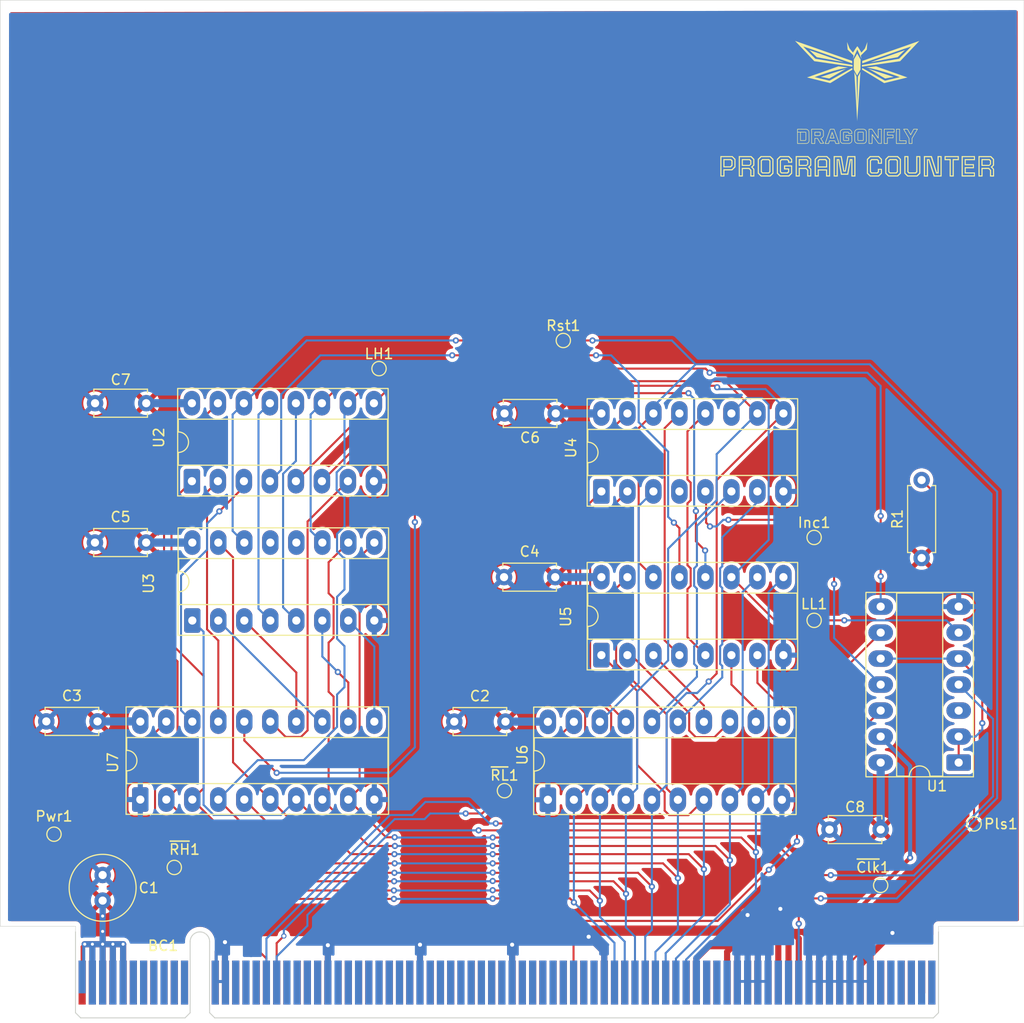
<source format=kicad_pcb>
(kicad_pcb (version 20241229) (generator "pcbnew") (generator_version "9.0")
  (layers (0 "F.Cu" signal) (2 "B.Cu" signal) (13 "F.Paste" user) (15 "B.Paste" user) (5 "F.SilkS" user "F.Silkscreen") (7 "B.SilkS" user "B.Silkscreen") (1 "F.Mask" user) (3 "B.Mask" user) (25 "Edge.Cuts" user))
  (net 0 "")
  (net 1 "VCC")
  (net 2 "GND")
  (net 3 "/RESET")
  (net 4 "/PULSE")
  (net 5 "Net-(U2-~{CO})")
  (net 6 "Net-(U2-~{BO})")
  (net 7 "/DH5")
  (net 8 "Net-(U2-DOWN)")
  (net 9 "/DH7")
  (net 10 "Net-(U2-UP)")
  (net 11 "/DH6")
  (net 12 "/DH4")
  (net 13 "/DH3")
  (net 14 "/DH0")
  (net 15 "/DH1")
  (net 18 "Net-(U4-~{CO})")
  (net 19 "/DL7")
  (net 20 "/DL4")
  (net 21 "Net-(U4-~{BO})")
  (net 22 "/DL6")
  (net 23 "/DL3")
  (net 24 "/DL1")
  (net 25 "/DL0")
  (net 26 "/DL2")
  (net 29 "/LPCH")
  (net 57 "/DATA0")
  (net 58 "/DATA1")
  (net 59 "/DATA2")
  (net 60 "/DATA3")
  (net 61 "/DATA4")
  (net 62 "/DATA5")
  (net 63 "/DATA6")
  (net 64 "/DATA7")
  (net 106 "/~{CLK}")
  (net 107 "/Ph")
  (net 108 "/CPu")
  (net 109 "/Pl")
  (net 110 "/DH2")
  (net 111 "/DL5")
  (net 116 "/PCINC")
  (net 117 "/LPCL")
  (net 118 "/~{RPCH}")
  (net 120 "/~{RPCL}")
  (net 124 "Net-(R1-Pad2)")
  (footprint "Capacitor_THT:C_Disc_D5.0mm_W2.5mm_P5.00mm" (layer "F.Cu") (at 111 104.475735)
    (property "Reference" "C3")
    (property "Value" "C")
  )
  (footprint "Capacitor_THT:C_Disc_D5.0mm_W2.5mm_P5.00mm" (layer "F.Cu") (at 150.85 104.495735)
    (property "Reference" "C2")
    (property "Value" "C")
  )
  (footprint "Capacitor_THT:C_Disc_D5.0mm_W2.5mm_P5.00mm" (layer "F.Cu") (at 192.5 115.05 180)
    (property "Reference" "C8")
    (property "Value" "C")
  )
  (footprint "TestPoint:TestPoint_Pad_D1.0mm" (layer "F.Cu") (at 201.621 114.5)
    (property "Reference" "Pls1")
    (property "Value" "Pulse")
  )
  (footprint "TestPoint:TestPoint_Pad_D1.0mm" (layer "F.Cu") (at 161.5 67.25)
    (property "Reference" "Rst1")
    (property "Value" "Reset")
  )
  (footprint "TestPoint:TestPoint_Pad_D1.0mm" (layer "F.Cu") (at 186 86.5)
    (property "Reference" "Inc1")
    (property "Value" "Increment")
  )
  (footprint "TestPoint:TestPoint_Pad_D1.0mm" (layer "F.Cu") (at 155.75 111.25)
    (property "Reference" "~{RL}1")
    (property "Value" "~{ReadLow}")
  )
  (footprint "Capacitor_THT:C_Disc_D5.0mm_W2.5mm_P5.00mm" (layer "F.Cu") (at 155.71 90.38)
    (property "Reference" "C4")
    (property "Value" "C")
  )
  (footprint "Resistor_THT:R_Axial_DIN0207_L6.3mm_D2.5mm_P7.62mm_Horizontal" (layer "F.Cu") (at 196.5 88.51 90)
    (property "Reference" "R1")
    (property "Value" "R")
  )
  (footprint "Connector_PCBEdge:BUS_PCIexpress_x16" (layer "F.Cu") (at 114.5 130)
    (property "Reference" "BC1")
    (property "Value" "BusConnector")
    (fp_line (start -0.65 -4.95) (end -0.65 2.95) (stroke (width 0.1)) (layer "Edge.Cuts"))
    (fp_line (start -0.65 2.95) (end -0.15 3.45) (stroke (width 0.1)) (layer "Edge.Cuts"))
    (fp_line (start -0.15 3.45) (end 10.05 3.45) (stroke (width 0.1)) (layer "Edge.Cuts"))
    (fp_line (start 10.55 -4) (end 10.55 2.95) (stroke (width 0.1)) (layer "Edge.Cuts"))
    (fp_line (start 10.55 2.95) (end 10.05 3.45) (stroke (width 0.1)) (layer "Edge.Cuts"))
    (fp_line (start 12.45 -4) (end 12.45 2.95) (stroke (width 0.1)) (layer "Edge.Cuts"))
    (fp_line (start 12.45 2.95) (end 12.95 3.45) (stroke (width 0.1)) (layer "Edge.Cuts"))
    (fp_line (start 12.95 3.45) (end 83.15 3.45) (stroke (width 0.1)) (layer "Edge.Cuts"))
    (fp_line (start 83.65 -4.95) (end 83.65 2.95) (stroke (width 0.1)) (layer "Edge.Cuts"))
    (fp_line (start 83.65 2.95) (end 83.15 3.45) (stroke (width 0.1)) (layer "Edge.Cuts"))
    (fp_arc (start 10.55 -4) (mid 11.5 -4.95) (end 12.45 -4) (stroke (width 0.1)) (layer "Edge.Cuts"))
  )
  (footprint "kibuzzard-6911BE41" (layer "F.Cu") (at 190.208228 50.227319)
    (property "Reference" "kibuzzard-6911BE41" (hide yes))
    (property "Value" "G***" (hide yes))
  )
  (footprint "TestPoint:TestPoint_Pad_D1.0mm" (layer "F.Cu") (at 186 94.6)
    (property "Reference" "LL1")
    (property "Value" "LoadLow")
  )
  (footprint "Package_DIP:DIP-16_W7.62mm_Socket_LongPads" (layer "F.Cu") (at 165.22 98 90)
    (property "Reference" "U5")
    (property "Value" "74HC193")
  )
  (footprint "Package_DIP:DIP-14_W7.62mm_Socket_LongPads" (layer "F.Cu") (at 200.12 108.5 180)
    (property "Reference" "U1")
    (property "Value" "74HC00")
  )
  (footprint "Capacitor_THT:C_Disc_D5.0mm_W2.5mm_P5.00mm" (layer "F.Cu") (at 155.76 74.38)
    (property "Reference" "C6")
    (property "Value" "C")
  )
  (footprint "Capacitor_THT:C_Disc_D5.0mm_W2.5mm_P5.00mm" (layer "F.Cu") (at 115.75 87)
    (property "Reference" "C5")
    (property "Value" "C")
  )
  (footprint "Package_DIP:DIP-20_W7.62mm_Socket_LongPads" (layer "F.Cu") (at 120.18 112.115735 90)
    (property "Reference" "U7")
    (property "Value" "74HC245")
  )
  (footprint "TestPoint:TestPoint_Pad_D1.0mm" (layer "F.Cu") (at 111.75 115.5)
    (property "Reference" "Pwr1")
    (property "Value" "Power")
  )
  (footprint "Package_DIP:DIP-20_W7.62mm_Socket_LongPads" (layer "F.Cu") (at 159.992254 112.135735 90)
    (property "Reference" "U6")
    (property "Value" "74HC245")
  )
  (footprint "TestPoint:TestPoint_Pad_D1.0mm" (layer "F.Cu") (at 143.5 70)
    (property "Reference" "LH1")
    (property "Value" "LoadHigh")
  )
  (footprint "Capacitor_THT:C_Disc_D5.0mm_W2.5mm_P5.00mm" (layer "F.Cu") (at 120.76 73.38 180)
    (property "Reference" "C7")
    (property "Value" "C" (hide yes))
  )
  (footprint "Package_DIP:DIP-16_W7.62mm_Socket_LongPads" (layer "F.Cu") (at 125.22 81 90)
    (property "Reference" "U2")
    (property "Value" "74HC193")
  )
  (footprint "TestPoint:TestPoint_Pad_D1.0mm" (layer "F.Cu") (at 123.5 118.75)
    (property "Reference" "~{RH}1")
    (property "Value" "~{ReadHigh}")
  )
  (footprint "Package_DIP:DIP-16_W7.62mm_Socket_LongPads" (layer "F.Cu") (at 125.26 94.62 90)
    (property "Reference" "U3")
    (property "Value" "74HC193")
  )
  (footprint "TestPoint:TestPoint_Pad_D1.0mm" (layer "F.Cu") (at 192.5 120.5)
    (property "Reference" "~{Clk}1")
    (property "Value" "~{Clock}")
  )
  (footprint "Package_DIP:DIP-16_W7.62mm_Socket_LongPads" (layer "F.Cu") (at 165.22 82 90)
    (property "Reference" "U4")
    (property "Value" "74HC193")
  )
  (footprint "Capacitor_THT:C_Radial_D6.3mm_H5.0mm_P2.50mm" (layer "F.Cu") (at 116.5 121.98901 90)
    (property "Reference" "C1")
    (property "Value" "C")
  )
  (gr_poly (pts (xy 195.116249 41.544167) (xy 192.840832 42.099791) (xy 190.671249 40.776875) (xy 190.697707 40.618125) (xy 192.920207 41.861667) (xy 194.366155 41.512416) (xy 193.987269 41.374156) (xy 193.629487 41.249368) (xy 193.293271 41.137426) (xy 192.979081 41.0377) (xy 192.687378 40.949563) (xy 192.418623 40.872386) (xy 192.173276 40.805541) (xy 191.951799 40.748399) (xy 191.754652 40.700333) (xy 191.582296 40.660714) (xy 191.313802 40.604304) (xy 191.094582 40.565208) (xy 192.047082 40.459375)) (fill yes) (layer "F.SilkS"))
  (gr_poly (pts (xy 188.448749 48) (xy 188.104791 48) (xy 188.025416 47.735417) (xy 187.496249 47.735417) (xy 187.416874 48) (xy 187.07953 47.99709) (xy 187.575624 46.597709) (xy 187.946041 46.597709)) (stroke (width 0.052916)) (fill no) (layer "F.SilkS"))
  (gr_poly (pts (xy 187.946041 47.470833) (xy 187.575624 47.470833) (xy 187.760832 46.915208)) (stroke (width 0.052916)) (fill no) (layer "F.SilkS"))
  (gr_poly (pts (xy 194.353985 47.727479) (xy 194.987397 47.730919) (xy 194.983957 48) (xy 194.031457 48) (xy 194.031457 46.597709) (xy 194.348957 46.597709)) (stroke (width 0.052916)) (fill no) (layer "F.SilkS"))
  (gr_poly (pts (xy 193.81979 46.597709) (xy 193.81979 46.88875) (xy 193.158333 46.88875) (xy 193.158333 47.179792) (xy 193.713957 47.179792) (xy 193.713957 47.444375) (xy 193.158333 47.444375) (xy 193.158333 48) (xy 192.840832 48) (xy 192.849034 46.594269)) (stroke (width 0.052916)) (fill no) (layer "F.SilkS"))
  (gr_poly (pts (xy 190.512499 41.147291) (xy 190.207169 45.81904) (xy 189.930416 41.120833) (xy 189.903957 40.988542) (xy 190.142082 41.464792) (xy 190.220399 44.327319) (xy 190.274374 41.464792) (xy 190.538957 40.988542)) (fill yes) (layer "F.SilkS"))
  (gr_poly (pts (xy 194.163749 39.559792) (xy 191.491457 40.0625) (xy 194.878124 38.871875)) (fill yes) (layer "F.SilkS"))
  (gr_poly (pts (xy 186.556076 46.88786) (xy 186.560562 46.888262) (xy 186.562931 46.888642) (xy 186.565358 46.889165) (xy 186.567823 46.889846) (xy 186.570307 46.890702) (xy 186.57279 46.891749) (xy 186.575252 46.893004) (xy 186.577675 46.894484) (xy 186.580039 46.896205) (xy 186.582324 46.898183) (xy 186.58451 46.900435) (xy 186.586578 46.902978) (xy 186.588509 46.905828) (xy 186.590283 46.909002) (xy 186.591881 46.912516) (xy 186.593282 46.916386) (xy 186.594468 46.92063) (xy 186.595419 46.925263) (xy 186.596115 46.930303) (xy 186.596537 46.935765) (xy 186.596666 46.941667) (xy 186.596666 47.179792) (xy 186.596302 47.182022) (xy 186.595773 47.184584) (xy 186.594946 47.187911) (xy 186.593772 47.191852) (xy 186.592201 47.196256) (xy 186.590184 47.200973) (xy 186.588992 47.203402) (xy 186.58767 47.205853) (xy 186.586212 47.208307) (xy 186.584611 47.210746) (xy 186.582861 47.21315) (xy 186.580956 47.2155) (xy 186.57889 47.217779) (xy 186.576657 47.219966) (xy 186.57425 47.222044) (xy 186.571663 47.223994) (xy 186.56889 47.225796) (xy 186.565925 47.227432) (xy 186.562761 47.228883) (xy 186.559393 47.230131) (xy 186.555814 47.231156) (xy 186.552017 47.23194) (xy 186.547998 47.232464) (xy 186.543749 47.232708) (xy 186.067499 47.232708) (xy 186.067499 46.88875) (xy 186.543749 46.88875) (xy 186.546034 46.888344) (xy 186.548655 46.888033) (xy 186.552055 46.887828)) (stroke (width 0.052916)) (fill no) (layer "F.SilkS"))
  (gr_poly (pts (xy 195.433748 47.153333) (xy 195.724791 46.597709) (xy 196.095207 46.597709) (xy 195.566041 47.497291) (xy 195.566041 48) (xy 195.274999 48) (xy 195.271294 47.501789) (xy 194.745832 46.597709) (xy 195.116249 46.597709)) (stroke (width 0.052916)) (fill no) (layer "F.SilkS"))
  (gr_poly (pts (xy 190.815916 46.598744) (xy 190.830127 46.600602) (xy 190.848569 46.603856) (xy 190.870403 46.608882) (xy 190.894791 46.616056) (xy 190.920893 46.625755) (xy 190.934325 46.631669) (xy 190.947871 46.638355) (xy 190.961426 46.645861) (xy 190.974886 46.654232) (xy 190.988145 46.663518) (xy 191.0011 46.673763) (xy 191.013644 46.685017) (xy 191.025673 46.697324) (xy 191.037083 46.710734) (xy 191.047768 46.725291) (xy 191.057623 46.741045) (xy 191.066544 46.758041) (xy 191.074427 46.776327) (xy 191.081165 46.79595) (xy 191.086654 46.816957) (xy 191.09079 46.839394) (xy 191.093468 46.86331) (xy 191.094582 46.88875) (xy 191.101462 47.7333) (xy 191.099871 47.744463) (xy 191.097377 47.757276) (xy 191.093301 47.773893) (xy 191.087305 47.793553) (xy 191.079054 47.815495) (xy 191.068208 47.838957) (xy 191.061708 47.85102) (xy 191.054432 47.863177) (xy 191.046339 47.875334) (xy 191.037388 47.887394) (xy 191.027535 47.899264) (xy 191.016738 47.910847) (xy 191.004956 47.922048) (xy 190.992146 47.932773) (xy 190.978267 47.942926) (xy 190.963275 47.952412) (xy 190.947129 47.961135) (xy 190.929787 47.969001) (xy 190.911206 47.975914) (xy 190.891345 47.981779) (xy 190.87016 47.986501) (xy 190.847611 47.989984) (xy 190.823655 47.992134) (xy 190.79825 47.992856) (xy 190.268024 47.993385) (xy 190.255178 47.991808) (xy 190.240421 47.989346) (xy 190.221263 47.985332) (xy 190.198573 47.979439) (xy 190.173216 47.97134) (xy 190.14606 47.960708) (xy 190.132079 47.95434) (xy 190.117972 47.947216) (xy 190.10385 47.939295) (xy 190.089819 47.930536) (xy 190.075989 47.920898) (xy 190.062468 47.910341) (xy 190.049364 47.898824) (xy 190.036786 47.886305) (xy 190.024842 47.872745) (xy 190.01364 47.858101) (xy 190.003288 47.842333) (xy 189.993896 47.8254) (xy 189.985572 47.807262) (xy 189.978423 47.787876) (xy 189.972558 47.767204) (xy 189.968086 47.745203) (xy 189.965115 47.721832) (xy 189.963754 47.697052) (xy 189.958884 47.385687) (xy 189.95694 47.128396) (xy 189.956874 46.88875) (xy 189.958696 46.877221) (xy 189.961545 46.863932) (xy 189.966192 46.846624) (xy 189.97302 46.826044) (xy 189.982407 46.802942) (xy 189.98818 46.790678) (xy 189.994736 46.778064) (xy 190.002122 46.765193) (xy 190.010386 46.752159) (xy 190.019576 46.739055) (xy 190.029738 46.725975) (xy 190.040922 46.713013) (xy 190.053173 46.700261) (xy 190.066541 46.687813) (xy 190.081071 46.675763) (xy 190.096813 46.664204) (xy 190.113813 46.65323) (xy 190.13212 46.642934) (xy 190.15178 46.63341) (xy 190.172841 46.624751) (xy 190.195352 46.617051) (xy 190.219358 46.610403) (xy 190.244909 46.604901) (xy 190.272051 46.600639) (xy 190.300832 46.597709) (xy 190.803541 46.597709)) (stroke (width 0.052916)) (fill no) (layer "F.SilkS"))
  (gr_poly (pts (xy 185.223743 46.603) (xy 185.26575 46.6141) (xy 185.286118 46.620692) (xy 185.308868 46.629543) (xy 185.333217 46.641019) (xy 185.345747 46.647856) (xy 185.358383 46.655487) (xy 185.371027 46.663957) (xy 185.383583 46.673313) (xy 185.395951 46.6836) (xy 185.408034 46.694863) (xy 185.419735 46.707149) (xy 185.430955 46.720504) (xy 185.441596 46.734972) (xy 185.451562 46.750601) (xy 185.460753 46.767435) (xy 185.469073 46.785521) (xy 185.476423 46.804905) (xy 185.482706 46.825631) (xy 185.487823 46.847746) (xy 185.491677 46.871296) (xy 185.494171 46.896326) (xy 185.495206 46.922883) (xy 185.503937 47.692026) (xy 185.50432 47.705162) (xy 185.50396 47.720244) (xy 185.502486 47.739812) (xy 185.499339 47.762976) (xy 185.493961 47.788843) (xy 185.49026 47.802512) (xy 185.485791 47.816522) (xy 185.480484 47.830762) (xy 185.474271 47.845121) (xy 185.467079 47.859486) (xy 185.45884 47.873747) (xy 185.449484 47.887792) (xy 185.438941 47.901509) (xy 185.427141 47.914788) (xy 185.414013 47.927516) (xy 185.399489 47.939582) (xy 185.383498 47.950875) (xy 185.36597 47.961283) (xy 185.346836 47.970695) (xy 185.326024 47.978999) (xy 185.303467 47.986084) (xy 185.279093 47.991838) (xy 185.252833 47.99615) (xy 185.224617 47.998908) (xy 185.194374 48.000001) (xy 184.659155 48.000894) (xy 184.374166 48.000001) (xy 184.374166 47.708958) (xy 184.665208 47.708958) (xy 184.873236 47.70995) (xy 185.025744 47.710074) (xy 185.114999 47.708958) (xy 185.119184 47.708498) (xy 185.123303 47.707631) (xy 185.127351 47.706385) (xy 185.131324 47.704788) (xy 185.135217 47.702867) (xy 185.139027 47.700651) (xy 185.142748 47.698166) (xy 185.146377 47.69544) (xy 185.149909 47.692501) (xy 185.15334 47.689376) (xy 185.156665 47.686094) (xy 185.15988 47.682681) (xy 185.165963 47.675575) (xy 185.171554 47.668279) (xy 185.176618 47.661014) (xy 185.181119 47.654001) (xy 185.185024 47.64746) (xy 185.188297 47.641614) (xy 185.192808 47.632886) (xy 185.194374 47.629583) (xy 185.195664 47.30398) (xy 185.195825 47.069803) (xy 185.194374 46.941667) (xy 185.193844 46.937209) (xy 185.192916 46.933006) (xy 185.191618 46.929052) (xy 185.189976 46.92534) (xy 185.188018 46.92186) (xy 185.185772 46.918607) (xy 185.183264 46.915573) (xy 185.180521 46.912749) (xy 185.177571 46.910128) (xy 185.17444 46.907704) (xy 185.171157 46.905468) (xy 185.167748 46.903413) (xy 185.16424 46.901532) (xy 185.160661 46.899816) (xy 185.153397 46.896853) (xy 185.146173 46.894463) (xy 185.139207 46.892587) (xy 185.132716 46.891164) (xy 185.126918 46.890135) (xy 185.118269 46.889016) (xy 185.114999 46.88875) (xy 184.665208 46.88875) (xy 184.665208 47.708958) (xy 184.374166 47.708958) (xy 184.374166 46.597709)) (stroke (width 0.052916)) (fill no) (layer "F.SilkS"))
  (gr_poly (pts (xy 187.477993 41.644973) (xy 186.649583 41.49125) (xy 189.110207 40.6975)) (fill yes) (layer "F.SilkS"))
  (gr_poly (pts (xy 192.575455 47.997618) (xy 192.275683 47.982537) (xy 191.67111 47.120788) (xy 191.66423 47.996824) (xy 191.359166 48) (xy 191.359166 46.597709) (xy 191.665289 46.598766) (xy 192.258749 47.470833) (xy 192.258749 46.597709) (xy 192.576249 46.597709)) (stroke (width 0.052916)) (fill no) (layer "F.SilkS"))
  (gr_poly (pts (xy 189.321874 40.565208) (xy 189.102654 40.604304) (xy 188.83416 40.660714) (xy 188.661804 40.700333) (xy 188.464657 40.748399) (xy 188.24318 40.805541) (xy 187.997834 40.872386) (xy 187.729078 40.949563) (xy 187.437375 41.0377) (xy 187.123185 41.137426) (xy 186.786969 41.249368) (xy 186.429188 41.374156) (xy 186.050301 41.512416) (xy 187.496249 41.861667) (xy 189.718749 40.618125) (xy 189.745207 40.776875) (xy 187.575624 42.099791) (xy 185.300208 41.544167) (xy 188.369374 40.459375)) (fill yes) (layer "F.SilkS"))
  (gr_poly (pts (xy 189.391725 46.609086) (xy 189.407678 46.610009) (xy 189.423287 46.61232) (xy 189.438539 46.615925) (xy 189.453425 46.620732) (xy 189.467934 46.626648) (xy 189.482055 46.633581) (xy 189.495778 46.641436) (xy 189.509092 46.650121) (xy 189.521987 46.659543) (xy 189.534452 46.66961) (xy 189.546476 46.680227) (xy 189.558049 46.691304) (xy 189.569161 46.702746) (xy 189.5798 46.71446) (xy 189.599621 46.738335) (xy 189.617426 46.762184) (xy 189.633131 46.785266) (xy 189.646651 46.806836) (xy 189.657903 46.826152) (xy 189.673263 46.855044) (xy 189.678533 46.865996) (xy 189.692291 47.021042) (xy 189.374791 47.021042) (xy 189.374753 47.022782) (xy 189.374691 47.021273) (xy 189.374791 46.968125) (xy 189.374662 46.961635) (xy 189.37424 46.955504) (xy 189.373544 46.949723) (xy 189.372593 46.94428) (xy 189.371407 46.939166) (xy 189.370006 46.934371) (xy 189.368408 46.929884) (xy 189.366634 46.925696) (xy 189.364703 46.921798) (xy 189.362635 46.918177) (xy 189.360449 46.914826) (xy 189.358164 46.911733) (xy 189.3558 46.908889) (xy 189.353377 46.906283) (xy 189.350915 46.903906) (xy 189.348432 46.901748) (xy 189.345948 46.899798) (xy 189.343483 46.898046) (xy 189.341056 46.896483) (xy 189.338687 46.895098) (xy 189.3342 46.892824) (xy 189.330179 46.891144) (xy 189.32678 46.889976) (xy 189.324159 46.889242) (xy 189.321874 46.88875) (xy 188.924999 46.88875) (xy 188.919121 46.888925) (xy 188.913679 46.889388) (xy 188.908657 46.890119) (xy 188.904038 46.8911) (xy 188.899807 46.892311) (xy 188.895946 46.893732) (xy 188.89244 46.895345) (xy 188.889272 46.89713) (xy 188.886426 46.899068) (xy 188.883885 46.901141) (xy 188.881632 46.903327) (xy 188.879653 46.90561) (xy 188.87793 46.907968) (xy 188.876446 46.910383) (xy 188.875186 46.912836) (xy 188.874133 46.915308) (xy 188.87327 46.917778) (xy 188.872582 46.920229) (xy 188.872052 46.922641) (xy 188.871664 46.924994) (xy 188.871246 46.929447) (xy 188.871198 46.933436) (xy 188.871388 46.936806) (xy 188.871686 46.939404) (xy 188.872082 46.941667) (xy 188.872082 47.656041) (xy 188.872287 47.660965) (xy 188.87293 47.665574) (xy 188.873983 47.669878) (xy 188.875417 47.673888) (xy 188.877202 47.677614) (xy 188.879309 47.681066) (xy 188.881709 47.684255) (xy 188.884373 47.687192) (xy 188.887271 47.689886) (xy 188.890375 47.692349) (xy 188.893654 47.69459) (xy 188.897081 47.69662) (xy 188.900625 47.69845) (xy 188.904257 47.70009) (xy 188.907949 47.701549) (xy 188.911671 47.70284) (xy 188.919087 47.704954) (xy 188.926273 47.706516) (xy 188.932994 47.70761) (xy 188.939018 47.708317) (xy 188.948036 47.708909) (xy 188.951457 47.708958) (xy 189.321874 47.708958) (xy 189.327194 47.70876) (xy 189.332148 47.708277) (xy 189.33675 47.707528) (xy 189.341012 47.706532) (xy 189.344947 47.705309) (xy 189.348569 47.703878) (xy 189.35189 47.702257) (xy 189.354922 47.700467) (xy 189.35768 47.698524) (xy 189.360175 47.69645) (xy 189.36242 47.694263) (xy 189.36443 47.691982) (xy 189.366215 47.689627) (xy 189.36779 47.687215) (xy 189.369167 47.684767) (xy 189.370359 47.682301) (xy 189.371379 47.679837) (xy 189.37224 47.677394) (xy 189.372954 47.67499) (xy 189.373535 47.672645) (xy 189.374348 47.668208) (xy 189.374782 47.664235) (xy 189.374941 47.660879) (xy 189.374926 47.658293) (xy 189.374791 47.656041) (xy 189.374791 47.446492) (xy 189.110207 47.444375) (xy 189.110207 47.20625) (xy 189.674034 47.205983) (xy 189.680715 47.404487) (xy 189.68408 47.578575) (xy 189.684315 47.662732) (xy 189.68303 47.736738) (xy 189.681838 47.753737) (xy 189.679408 47.770065) (xy 189.675825 47.78573) (xy 189.671172 47.80074) (xy 189.665533 47.815104) (xy 189.658991 47.828831) (xy 189.65163 47.841929) (xy 189.643533 47.854407) (xy 189.634784 47.866275) (xy 189.625467 47.877539) (xy 189.615665 47.88821) (xy 189.605463 47.898296) (xy 189.594943 47.907805) (xy 189.584189 47.916746) (xy 189.573285 47.925128) (xy 189.562314 47.93296) (xy 189.540508 47.947006) (xy 189.519438 47.958955) (xy 189.499775 47.968875) (xy 189.482187 47.976835) (xy 189.455911 47.987157) (xy 189.445964 47.990474) (xy 189.264096 47.99312) (xy 189.066118 47.993153) (xy 188.82287 47.989416) (xy 188.800615 47.988175) (xy 188.779613 47.985605) (xy 188.759829 47.981793) (xy 188.741227 47.976831) (xy 188.723772 47.970808) (xy 188.707427 47.963815) (xy 188.692156 47.95594) (xy 188.677924 47.947273) (xy 188.664695 47.937906) (xy 188.652432 47.927926) (xy 188.6411 47.917425) (xy 188.630663 47.906491) (xy 188.621086 47.895216) (xy 188.612331 47.883688) (xy 188.604364 47.871997) (xy 188.597148 47.860234) (xy 188.590647 47.848488) (xy 188.584826 47.836848) (xy 188.575079 47.814249) (xy 188.56762 47.793156) (xy 188.562161 47.774286) (xy 188.558414 47.758358) (xy 188.556094 47.746092) (xy 188.554583 47.735417) (xy 188.554583 46.88875) (xy 188.555969 46.864347) (xy 188.559156 46.841412) (xy 188.564022 46.819898) (xy 188.570445 46.799762) (xy 188.578306 46.780957) (xy 188.587483 46.763438) (xy 188.597855 46.747159) (xy 188.609302 46.732075) (xy 188.621702 46.718141) (xy 188.634935 46.705311) (xy 188.648879 46.693539) (xy 188.663413 46.682781) (xy 188.678418 46.67299) (xy 188.693771 46.664122) (xy 188.709353 46.656131) (xy 188.725041 46.648971) (xy 188.756254 46.636964) (xy 188.786445 46.627737) (xy 188.814645 46.620927) (xy 188.839886 46.616171) (xy 188.861203 46.613104) (xy 188.877627 46.611364) (xy 188.891927 46.610408) (xy 189.078921 46.608853) (xy 189.242863 46.608287)) (stroke (width 0.052916)) (fill no) (layer "F.SilkS"))
  (gr_poly (pts (xy 186.660973 46.598386) (xy 186.674045 46.599854) (xy 186.690998 46.602628) (xy 186.711055 46.607123) (xy 186.733438 46.613754) (xy 186.745259 46.618) (xy 186.75737 46.622935) (xy 186.769673 46.628611) (xy 186.782073 46.635081) (xy 186.79447 46.642395) (xy 186.806769 46.650606) (xy 186.818873 46.659766) (xy 186.830683 46.669926) (xy 186.842102 46.681138) (xy 186.853035 46.693455) (xy 186.863382 46.706927) (xy 186.873048 46.721608) (xy 186.881935 46.737548) (xy 186.889945 46.754799) (xy 186.896982 46.773413) (xy 186.902949 46.793443) (xy 186.907748 46.81494) (xy 186.911282 46.837955) (xy 186.913453 46.862542) (xy 186.914166 46.88875) (xy 186.914166 47.232708) (xy 186.91226 47.241277) (xy 186.90952 47.251276) (xy 186.905269 47.26445) (xy 186.89927 47.280325) (xy 186.891284 47.298425) (xy 186.881071 47.318276) (xy 186.875055 47.328709) (xy 186.868393 47.339401) (xy 186.861055 47.350294) (xy 186.853011 47.361327) (xy 186.844232 47.372441) (xy 186.834688 47.383577) (xy 186.824348 47.394676) (xy 186.813182 47.405678) (xy 186.801162 47.416523) (xy 186.788257 47.427152) (xy 186.774438 47.437506) (xy 186.759674 47.447526) (xy 186.743935 47.457151) (xy 186.727192 47.466324) (xy 186.709416 47.474983) (xy 186.690575 47.483071) (xy 186.670641 47.490526) (xy 186.649583 47.497291) (xy 186.660812 47.518218) (xy 186.692888 47.572731) (xy 186.792028 47.737665) (xy 186.937449 47.977246) (xy 186.61307 47.983861) (xy 186.332083 47.497291) (xy 186.0675 47.497291) (xy 186.0675 48) (xy 185.75 48) (xy 185.75 46.597709) (xy 185.776458 46.597709) (xy 186.649583 46.597709)) (stroke (width 0.052916)) (fill no) (layer "F.SilkS"))
  (gr_poly (pts (xy 191.147499 38.818958) (xy 190.565416 39.401042) (xy 190.618332 39.718542) (xy 190.221457 38.818958) (xy 189.798124 39.718542) (xy 189.851041 39.401042) (xy 189.268957 38.818958) (xy 189.216041 38.078125) (xy 189.452313 38.68455) (xy 189.505809 38.756889) (xy 189.561088 38.829853) (xy 189.625086 38.911827) (xy 189.690077 38.991172) (xy 189.720529 39.026221) (xy 189.748333 39.056248) (xy 189.772521 39.079798) (xy 189.792127 39.095416) (xy 189.799911 39.099796) (xy 189.806187 39.101647) (xy 189.810835 39.100787) (xy 189.813734 39.097036) (xy 189.821319 39.081266) (xy 189.835529 39.055861) (xy 189.880195 38.98195) (xy 189.940462 38.886918) (xy 190.009063 38.78238) (xy 190.078731 38.67995) (xy 190.142198 38.591243) (xy 190.169335 38.555666) (xy 190.192196 38.527874) (xy 190.209873 38.509321) (xy 190.216484 38.503963) (xy 190.221457 38.501458) (xy 190.22646 38.50225) (xy 190.233152 38.506505) (xy 190.251121 38.524492) (xy 190.274393 38.553589) (xy 190.301998 38.591966) (xy 190.366332 38.689238) (xy 190.436365 38.801661) (xy 190.562497 39.01339) (xy 190.618332 39.11) (xy 190.962291 38.713125) (xy 191.200416 38.078125)) (fill yes) (layer "F.SilkS"))
  (gr_poly (pts (xy 193.766874 41.49125) (xy 192.938463 41.644973) (xy 191.306249 40.6975)) (fill yes) (layer "F.SilkS"))
  (gr_poly (pts (xy 190.275697 40.028632) (xy 190.27649 40.637439) (xy 190.213784 40.835348) (xy 190.212991 40.834024) (xy 190.135733 40.644582) (xy 190.142082 40.036041) (xy 190.206641 39.823845)) (fill yes) (layer "F.SilkS"))
  (gr_poly (pts (xy 188.924999 40.0625) (xy 186.252708 39.559792) (xy 185.538333 38.871875)) (fill yes) (layer "F.SilkS"))
  (gr_poly (pts (xy 194.401874 39.956667) (xy 190.671249 40.485833) (xy 190.671249 40.327083) (xy 194.29604 39.718542) (xy 194.886656 39.129778) (xy 195.287905 38.721319) (xy 195.416717 38.58409) (xy 195.450883 38.544166) (xy 195.458869 38.532869) (xy 195.460207 38.527917) (xy 194.706467 38.776865) (xy 193.070424 39.341576) (xy 190.697707 40.168333) (xy 190.697707 39.930208) (xy 196.280415 37.972292)) (fill yes) (layer "F.SilkS"))
  (gr_poly (pts (xy 190.753054 46.888788) (xy 190.755545 46.888963) (xy 190.758785 46.889354) (xy 190.762629 46.890045) (xy 190.766934 46.891122) (xy 190.769215 46.891831) (xy 190.771557 46.892669) (xy 190.773943 46.893644) (xy 190.776355 46.894769) (xy 190.778774 46.896054) (xy 190.781183 46.897509) (xy 190.783564 46.899145) (xy 190.785899 46.900972) (xy 190.78817 46.903001) (xy 190.79036 46.905242) (xy 190.792449 46.907707) (xy 190.794421 46.910405) (xy 190.796257 46.913347) (xy 190.797939 46.916544) (xy 190.79945 46.920006) (xy 190.800772 46.923744) (xy 190.801886 46.927769) (xy 190.802775 46.932091) (xy 190.803421 46.93672) (xy 190.803805 46.941667) (xy 190.804727 47.072259) (xy 190.804434 47.306163) (xy 190.803277 47.629583) (xy 190.803738 47.632962) (xy 190.804107 47.636841) (xy 190.804384 47.641874) (xy 190.804433 47.647833) (xy 190.804114 47.654489) (xy 190.803289 47.661612) (xy 190.802644 47.665277) (xy 190.801821 47.668973) (xy 190.800803 47.672671) (xy 190.799572 47.676344) (xy 190.798111 47.679961) (xy 190.796403 47.683494) (xy 190.794431 47.686916) (xy 190.792178 47.690197) (xy 190.789625 47.693308) (xy 190.786757 47.696221) (xy 190.783555 47.698907) (xy 190.780002 47.701338) (xy 190.776082 47.703485) (xy 190.771777 47.70532) (xy 190.767069 47.706813) (xy 190.761942 47.707936) (xy 190.756378 47.708661) (xy 190.75036 47.708958) (xy 190.353485 47.708958) (xy 190.350107 47.709137) (xy 190.341194 47.709099) (xy 190.335235 47.708729) (xy 190.328579 47.707982) (xy 190.321456 47.706749) (xy 190.314095 47.704923) (xy 190.310397 47.703755) (xy 190.306724 47.702397) (xy 190.303107 47.700837) (xy 190.299573 47.699062) (xy 190.296152 47.697058) (xy 190.292871 47.694811) (xy 190.28976 47.692308) (xy 190.286847 47.689536) (xy 190.284161 47.686481) (xy 190.28173 47.683129) (xy 190.279583 47.679468) (xy 190.277749 47.675483) (xy 190.276256 47.671162) (xy 190.275132 47.66649) (xy 190.274408 47.661454) (xy 190.27411 47.656041) (xy 190.274639 46.968125) (xy 190.274221 46.964801) (xy 190.273899 46.960981) (xy 190.27368 46.95602) (xy 190.273696 46.950142) (xy 190.274081 46.943568) (xy 190.274968 46.936524) (xy 190.275642 46.932895) (xy 190.276491 46.929231) (xy 190.277532 46.925562) (xy 190.278783 46.921914) (xy 190.280259 46.918316) (xy 190.281977 46.914795) (xy 190.283954 46.91138) (xy 190.286207 46.908098) (xy 190.288751 46.904977) (xy 190.291605 46.902046) (xy 190.294785 46.899331) (xy 190.298306 46.896861) (xy 190.302187 46.894665) (xy 190.306443 46.892769) (xy 190.311091 46.891201) (xy 190.316148 46.88999) (xy 190.321631 46.889164) (xy 190.327556 46.88875) (xy 190.750889 46.88875)) (stroke (width 0.052916)) (fill no) (layer "F.SilkS"))
  (gr_poly (pts (xy 189.718749 39.930208) (xy 189.718749 40.168333) (xy 187.346032 39.341576) (xy 185.709989 38.776865) (xy 184.956249 38.527917) (xy 184.957587 38.532869) (xy 184.965574 38.544166) (xy 184.999739 38.58409) (xy 185.128551 38.721319) (xy 185.5298 39.129778) (xy 186.120416 39.718542) (xy 189.745207 40.327083) (xy 189.745207 40.485833) (xy 186.014583 39.956667) (xy 184.136041 37.972292)) (fill yes) (layer "F.SilkS"))
  (gr_poly (pts (xy 190.538957 39.797917) (xy 190.529168 40.769731) (xy 190.194999 41.358958) (xy 189.866386 40.76444) (xy 189.877499 39.797917) (xy 190.209022 39.206309)) (fill yes) (layer "F.SilkS"))
  (gr_line (start 106.5 124.5) (end 106.5 34) (stroke (width 0.05)) (layer "Edge.Cuts"))
  (gr_line (start 198.15 124.5) (end 206.5 124.5) (stroke (width 0.05)) (layer "Edge.Cuts"))
  (gr_line (start 113.85 124.5) (end 113.85 125.05) (stroke (width 0.05)) (layer "Edge.Cuts"))
  (gr_line (start 206.5 34) (end 106.5 34) (stroke (width 0.05)) (layer "Edge.Cuts"))
  (gr_line (start 198.15 124.5) (end 198.15 125.05) (stroke (width 0.05)) (layer "Edge.Cuts"))
  (gr_line (start 206.5 34) (end 206.5 124.5) (stroke (width 0.05)) (layer "Edge.Cuts"))
  (gr_line (start 106.5 124.5) (end 113.85 124.5) (stroke (width 0.05)) (layer "Edge.Cuts"))
  (segment (start 116.5 130) (end 116.5 126.25) (width 0.6) (layer "F.Cu") (net 1))
  (segment (start 114.5 130) (end 114.5 126.5) (width 0.3) (layer "F.Cu") (net 1))
  (segment (start 116.5 126.25) (end 116.5 121.98901) (width 0.6) (layer "F.Cu") (net 1))
  (segment (start 118.5 126.25) (end 114.75 126.25) (width 0.6) (layer "F.Cu") (net 1))
  (segment (start 118.5 130) (end 118.5 126.25) (width 0.6) (layer "F.Cu") (net 1))
  (segment (start 114.5 126.5) (end 114.75 126.25) (width 0.3) (layer "F.Cu") (net 1))
  (segment (start 115.5 130) (end 115.5 126.25) (width 0.6) (layer "F.Cu") (net 1))
  (segment (start 117.5 130) (end 117.5 126.25) (width 0.6) (layer "F.Cu") (net 1))
  (via (at 118.5 126.25) (size 0.6) (drill 0.3) (layers "F.Cu" "B.Cu") (net 1))
  (via (at 116.5 123.5) (size 0.6) (drill 0.3) (layers "F.Cu" "B.Cu") (net 1))
  (via (at 116.5 125) (size 0.6) (drill 0.3) (layers "F.Cu" "B.Cu") (net 1))
  (via (at 117.5 126.25) (size 0.6) (drill 0.3) (layers "F.Cu" "B.Cu") (net 1))
  (via (at 115.5 126.25) (size 0.6) (drill 0.3) (layers "F.Cu" "B.Cu") (net 1))
  (via (at 116.5 126.25) (size 0.6) (drill 0.3) (layers "F.Cu" "B.Cu") (net 1))
  (via (at 114.75 126.25) (size 0.6) (drill 0.3) (layers "F.Cu" "B.Cu") (net 1))
  (segment (start 120.16 104.475735) (end 120.18 104.495735) (width 0.8) (layer "B.Cu") (net 1))
  (segment (start 114.75 126.25) (end 114.651 126.349) (width 0.3) (layer "B.Cu") (net 1))
  (segment (start 160.71 90.38) (end 165.22 90.38) (width 0.8) (layer "B.Cu") (net 1))
  (segment (start 118.5 126.25) (end 114.75 126.25) (width 0.6) (layer "B.Cu") (net 1))
  (segment (start 192.5 115.05) (end 192.5 108.5) (width 0.8) (layer "B.Cu") (net 1))
  (segment (start 115.5 126.25) (end 115.5 130) (width 0.6) (layer "B.Cu") (net 1))
  (segment (start 114.651 126.349) (end 114.651 129.45) (width 0.3) (layer "B.Cu") (net 1))
  (segment (start 116.5 125) (end 116.5 123.5) (width 0.6) (layer "B.Cu") (net 1))
  (segment (start 120.76 73.38) (end 125.22 73.38) (width 0.8) (layer "B.Cu") (net 1))
  (segment (start 116.5 123.5) (end 116.5 121.98901) (width 0.6) (layer "B.Cu") (net 1))
  (segment (start 160.76 74.38) (end 165.22 74.38) (width 0.8) (layer "B.Cu") (net 1))
  (segment (start 116.5 126.25) (end 116.5 130) (width 0.6) (layer "B.Cu") (net 1))
  (segment (start 159.972254 104.495735) (end 159.992254 104.515735) (width 0.8) (layer "B.Cu") (net 1))
  (segment (start 116 104.475735) (end 120.16 104.475735) (width 0.8) (layer "B.Cu") (net 1))
  (segment (start 155.85 104.495735) (end 159.972254 104.495735) (width 0.8) (layer "B.Cu") (net 1))
  (segment (start 118.5 130) (end 118.5 126.25) (width 0.6) (layer "B.Cu") (net 1))
  (segment (start 117.5 130) (end 117.5 126.25) (width 0.6) (layer "B.Cu") (net 1))
  (segment (start 116.5 126.25) (end 116.5 125) (width 0.6) (layer "B.Cu") (net 1))
  (segment (start 120.75 87) (end 125.26 87) (width 0.8) (layer "B.Cu") (net 1))
  (segment (start 181.5 126.3) (end 181.5 129.9) (width 0.6) (layer "F.Cu") (net 2))
  (segment (start 191.5 130) (end 191.5 127.3) (width 0.6) (layer "F.Cu") (net 2))
  (segment (start 184.5 125.7) (end 183.85 125.05) (width 0.6) (layer "F.Cu") (net 2))
  (segment (start 182.5 130) (end 182.5 125.4) (width 0.6) (layer "F.Cu") (net 2))
  (segment (start 183.4 123.5) (end 182.65 122.75) (width 0.6) (layer "F.Cu") (net 2))
  (segment (start 178.5 129.9) (end 178.5 126) (width 0.6) (layer "F.Cu") (net 2))
  (segment (start 175.7 126.45) (end 178.05 126.45) (width 0.6) (layer "F.Cu") (net 2))
  (segment (start 178.5 126) (end 179.5 125) (width 0.6) (layer "F.Cu") (net 2))
  (segment (start 138.5 130) (end 138.5 126.35) (width 0.6) (layer "F.Cu") (net 2))
  (segment (start 174.5 127.65) (end 175.7 126.45) (width 0.6) (layer "F.Cu") (net 2))
  (segment (start 184.5 130) (end 184.5 125.7) (width 0.6) (layer "F.Cu") (net 2))
  (segment (start 183.4 125.05) (end 183.4 123.5) (width 0.6) (layer "F.Cu") (net 2))
  (segment (start 179.5 123.4) (end 179.5 124.3) (width 0.6) (layer "F.Cu") (net 2))
  (segment (start 183.85 125.05) (end 185.45 125.05) (width 0.6) (layer "F.Cu") (net 2))
  (segment (start 147.5 129.95) (end 147.5 126.3) (width 0.6) (layer "F.Cu") (net 2))
  (segment (start 128.45 126.05) (end 128.45 129.95) (width 0.6) (layer "F.Cu") (net 2))
  (segment (start 183.4 125.05) (end 183.85 125.05) (width 0.6) (layer "F.Cu") (net 2))
  (segment (start 184.95 125.05) (end 185.5 125.6) (width 0.6) (layer "F.Cu") (net 2))
  (segment (start 185.5 125.6) (end 185.5 130) (width 0.6) (layer "F.Cu") (net 2))
  (segment (start 178.05 126.45) (end 178.5 126) (width 0.6) (layer "F.Cu") (net 2))
  (segment (start 182.5 125.4) (end 182.85 125.05) (width 0.6) (layer "F.Cu") (net 2))
  (segment (start 174.5 130) (end 174.5 127.65) (width 0.6) (layer "F.Cu") (net 2))
  (segment (start 163.975 125.525) (end 165.5 127.05) (width 0.6) (layer "F.Cu") (net 2))
  (segment (start 177.5 129.9) (end 177.5 127) (width 0.6) (layer "F.Cu") (net 2))
  (segment (start 177.5 127) (end 178.05 126.45) (width 0.6) (layer "F.Cu") (net 2))
  (segment (start 183.5 130) (end 183.5 125.7) (width 0.6) (layer "F.Cu") (net 2))
  (segment (start 179.5 125) (end 179.5 129.9) (width 0.6) (layer "F.Cu") (net 2))
  (segment (start 191.5 127.3) (end 193.65 125.15) (width 0.6) (layer "F.Cu") (net 2))
  (segment (start 165.5 127.05) (end 165.5 130) (width 0.6) (layer "F.Cu") (net 2))
  (segment (start 190.5 128.3) (end 191.5 127.3) (width 0.6) (layer "F.Cu") (net 2))
  (segment (start 186.5 126.1) (end 185.45 125.05) (width 0.6) (layer "F.Cu") (net 2))
  (segment (start 190.5 130) (end 190.5 128.3) (width 0.6) (layer "F.Cu") (net 2))
  (segment (start 183.5 125.7) (end 182.85 125.05) (width 0.6) (layer "F.Cu") (net 2))
  (segment (start 180.5 125.3) (end 181.5 126.3) (width 0.6) (layer "F.Cu") (net 2))
  (segment (start 156.5 129.95) (end 156.5 126.3) (width 0.6) (layer "F.Cu") (net 2))
  (segment (start 185.45 125.05) (end 184.95 125.05) (width 0.6) (layer "F.Cu") (net 2))
  (segment (start 182.85 125.05) (end 183.4 125.05) (width 0.6) (layer "F.Cu") (net 2))
  (segment (start 127.551 126.999) (end 127.551 130) (width 0.2) (layer "F.Cu") (net 2))
  (segment (start 187.5 126.15) (end 187.5 130) (width 0.6) (layer "F.Cu") (net 2))
  (segment (start 185.45 125.05) (end 186.4 125.05) (width 0.6) (layer "F.Cu") (net 2))
  (segment (start 186.4 125.05) (end 187.5 126.15) (width 0.6) (layer "F.Cu") (net 2))
  (segment (start 179.5 125) (end 179.5 123.4) (width 0.6) (layer "F.Cu") (net 2))
  (segment (start 186.5 130) (end 186.5 126.1) (width 0.6) (layer "F.Cu") (net 2))
  (segment (start 128.45 126.1) (end 127.551 126.999) (width 0.2) (layer "F.Cu") (net 2))
  (segment (start 179.5 124.3) (end 180.5 125.3) (width 0.6) (layer "F.Cu") (net 2))
  (segment (start 128.45 126.05) (end 128.45 126.1) (width 0.2) (layer "F.Cu") (net 2))
  (segment (start 180.5 129.9) (end 180.5 125.3) (width 0.6) (layer "F.Cu") (net 2))
  (via (at 182.7 122.8) (size 0.8) (drill 0.4) (layers "F.Cu" "B.Cu") (net 2))
  (via (at 156.5 126.3) (size 0.8) (drill 0.4) (layers "F.Cu" "B.Cu") (net 2))
  (via (at 179.5 123.4) (size 0.8) (drill 0.4) (layers "F.Cu" "B.Cu") (net 2))
  (via (at 163.975 125.525) (size 0.8) (drill 0.4) (layers "F.Cu" "B.Cu") (net 2))
  (via (at 138.5 126.35) (size 0.8) (drill 0.4) (layers "F.Cu" "B.Cu") (net 2))
  (via (at 147.5 126.3) (size 0.8) (drill 0.4) (layers "F.Cu" "B.Cu") (net 2))
  (via (at 193.65 125.15) (size 0.8) (drill 0.4) (layers "F.Cu" "B.Cu") (net 2))
  (via (at 128.45 126.05) (size 0.8) (drill 0.4) (layers "F.Cu" "B.Cu") (net 2))
  (segment (start 181.5 126.4) (end 180.5 125.4) (width 0.6) (layer "B.Cu") (net 2))
  (segment (start 189.3 126.8) (end 189.55 126.8) (width 0.6) (layer "B.Cu") (net 2))
  (segment (start 188.5 130) (end 188.5 127.1) (width 0.6) (layer "B.Cu") (net 2))
  (segment (start 174.5 130) (end 174.5 127.599942) (width 0.6) (layer "B.Cu") (net 2))
  (segment (start 189.5 127.25) (end 189.95 126.8) (width 0.6) (layer "B.Cu") (net 2))
  (segment (start 185.5 126.8) (end 187.15 126.8) (width 0.6) (layer "B.Cu") (net 2))
  (segment (start 179.5 129.9) (end 179.5 125.15) (width 0.6) (layer "B.Cu") (net 2))
  (segment (start 190.4 126.8) (end 190.725 127.125) (width 0.6) (layer "B.Cu") (net 2))
  (segment (start 180.5 125.4) (end 179.5 124.4) (width 0.6) (layer "B.Cu") (net 2))
  (segment (start 179.5 125.15) (end 179.5 124.4) (width 0.6) (layer "B.Cu") (net 2))
  (segment (start 191.5 127.9) (end 191.5 130) (width 0.6) (layer "B.Cu") (net 2))
  (segment (start 181.5 129.9) (end 181.5 126.4) (width 0.6) (layer "B.Cu") (net 2))
  (segment (start 187.4 124.9) (end 185.5 126.8) (width 0.6) (layer "B.Cu") (net 2))
  (segment (start 180.5 129.9) (end 180.5 125.4) (width 0.6) (layer "B.Cu") (net 2))
  (segment (start 178.5 126.15) (end 179.5 125.15) (width 0.6) (layer "B.Cu") (net 2))
  (segment (start 187.15 126.8) (end 187.95 126.8) (width 0.6) (layer "B.Cu") (net 2))
  (segment (start 190.5 127.35) (end 190.725 127.125) (width 0.6) (layer "B.Cu") (net 2))
  (segment (start 185.5 130) (end 185.5 126.8) (width 0.6) (layer "B.Cu") (net 2))
  (segment (start 175.949942 126.15) (end 178.5 126.15) (width 0.6) (layer "B.Cu") (net 2))
  (segment (start 187.95 126.8) (end 188.8 126.8) (width 0.6) (layer "B.Cu") (net 2))
  (segment (start 128.45 126.05) (end 127.551 126.949) (width 0.2) (layer "B.Cu") (net 2))
  (segment (start 163.975 125.525) (end 165.5 127.05) (width 0.6) (layer "B.Cu") (net 2))
  (segment (start 188.5 127.1) (end 188.8 126.8) (width 0.6) (layer "B.Cu") (net 2))
  (segment (start 174.5 127.599942) (end 175.949942 126.15) (width 0.6) (layer "B.Cu") (net 2))
  (segment (start 128.45 129.95) (end 128.45 126.05) (width 0.6) (layer "B.Cu") (net 2))
  (segment (start 189.3 126.1) (end 190.95 124.45) (width 0.6) (layer "B.Cu") (net 2))
  (segment (start 187.5 127.25) (end 187.95 126.8) (width 0.6) (layer "B.Cu") (net 2))
  (segment (start 156.5 129.95) (end 156.5 126.3) (width 0.6) (layer "B.Cu") (net 2))
  (segment (start 179.5 124.4) (end 179.5 123.4) (width 0.6) (layer "B.Cu") (net 2))
  (segment (start 190.5 130) (end 190.5 127.35) (width 0.6) (layer "B.Cu") (net 2))
  (segment (start 188.8 126.8) (end 189.3 126.8) (width 0.6) (layer "B.Cu") (net 2))
  (segment (start 186.5 130) (end 186.5 127.45) (width 0.6) (layer "B.Cu") (net 2))
  (segment (start 187.5 130) (end 187.5 127.25) (width 0.6) (layer "B.Cu") (net 2))
  (segment (start 186.5 127.45) (end 187.15 126.8) (width 0.6) (layer "B.Cu") (net 2))
  (segment (start 138.5 130) (end 138.5 126.35) (width 0.6) (layer "B.Cu") (net 2))
  (segment (start 147.5 129.95) (end 147.5 126.3) (width 0.6) (layer "B.Cu") (net 2))
  (segment (start 189.5 130) (end 189.5 127.25) (width 0.6) (layer "B.Cu") (net 2))
  (segment (start 189.55 126.8) (end 189.95 126.8) (width 0.6) (layer "B.Cu") (net 2))
  (segment (start 189.3 126.8) (end 189.3 126.1) (width 0.6) (layer "B.Cu") (net 2))
  (segment (start 190.725 127.125) (end 191.5 127.9) (width 0.6) (layer "B.Cu") (net 2))
  (segment (start 127.551 126.949) (end 127.551 130) (width 0.2) (layer "B.Cu") (net 2))
  (segment (start 178.5 129.9) (end 178.5 126.15) (width 0.6) (layer "B.Cu") (net 2))
  (segment (start 165.5 127.05) (end 165.5 130) (width 0.6) (layer "B.Cu") (net 2))
  (segment (start 189.95 126.8) (end 190.4 126.8) (width 0.6) (layer "B.Cu") (net 2))
  (segment (start 151 67.25) (end 164.35 67.25) (width 0.2) (layer "F.Cu") (net 3))
  (segment (start 168.861 88.941) (end 168.861 75.819) (width 0.2) (layer "F.Cu") (net 3))
  (segment (start 185.424943 121.775057) (end 186.65 121.775057) (width 0.2) (layer "F.Cu") (net 3))
  (segment (start 184.5 122.7) (end 185.424943 121.775057) (width 0.2) (layer "F.Cu") (net 3))
  (segment (start 168.861 75.819) (end 170.3 74.38) (width 0.2) (layer "F.Cu") (net 3))
  (segment (start 170.3 90.38) (end 168.861 88.941) (width 0.2) (layer "F.Cu") (net 3))
  (segment (start 184.5 124.25) (end 184.5 122.7) (width 0.2) (layer "F.Cu") (net 3))
  (via (at 151 67.25) (size 0.6) (drill 0.3) (layers "F.Cu" "B.Cu") (net 3))
  (via (at 164.35 67.25) (size 0.6) (drill 0.3) (layers "F.Cu" "B.Cu") (net 3))
  (via (at 184.5 124.25) (size 0.6) (drill 0.3) (layers "F.Cu" "B.Cu") (net 3))
  (via (at 186.65 121.775057) (size 0.6) (drill 0.3) (layers "F.Cu" "B.Cu") (net 3))
  (segment (start 151 67.25) (end 136.43 67.25) (width 0.2) (layer "B.Cu") (net 3))
  (segment (start 164.35 67.25) (end 172.1 67.25) (width 0.2) (layer "B.Cu") (net 3))
  (segment (start 186.65 121.775057) (end 194.067043 121.775057) (width 0.2) (layer "B.Cu") (net 3))
  (segment (start 172.1 67.25) (end 174.425 69.575) (width 0.2) (layer "B.Cu") (net 3))
  (segment (start 130.34 87) (end 129.199 85.859) (width 0.2) (layer "B.Cu") (net 3))
  (segment (start 184.5 130) (end 184.5 124.25) (width 0.2) (layer "B.Cu") (net 3))
  (segment (start 194.067043 121.775057) (end 203.876 111.9661) (width 0.2) (layer "B.Cu") (net 3))
  (segment (start 136.43 67.25) (end 130.3 73.38) (width 0.2) (layer "B.Cu") (net 3))
  (segment (start 129.199 85.859) (end 129.199 74.481) (width 0.2) (layer "B.Cu") (net 3))
  (segment (start 129.199 74.481) (end 130.3 73.38) (width 0.2) (layer "B.Cu") (net 3))
  (segment (start 170.3 73.7) (end 170.3 74.38) (width 0.2) (layer "B.Cu") (net 3))
  (segment (start 174.425 69.575) (end 170.3 73.7) (width 0.2) (layer "B.Cu") (net 3))
  (segment (start 203.876 82.026) (end 191.425 69.575) (width 0.2) (layer "B.Cu") (net 3))
  (segment (start 203.876 111.9661) (end 203.876 82.026) (width 0.2) (layer "B.Cu") (net 3))
  (segment (start 191.425 69.575) (end 174.425 69.575) (width 0.2) (layer "B.Cu") (net 3))
  (segment (start 201.621 99.841) (end 200.12 98.34) (width 0.2) (layer "F.Cu") (net 4))
  (segment (start 189.5 130) (end 189.5 128.05) (width 0.2) (layer "F.Cu") (net 4))
  (segment (start 189.5 128.05) (end 201.621 115.929) (width 0.2) (layer "F.Cu") (net 4))
  (segment (start 201.621 115.929) (end 201.621 99.841) (width 0.2) (layer "F.Cu") (net 4))
  (segment (start 200.12 98.34) (end 192.5 98.34) (width 0.2) (layer "B.Cu") (net 4))
  (segment (start 135.42 94.62) (end 134.12855 93.32855) (width 0.2) (layer "B.Cu") (net 5))
  (segment (start 134.12855 93.32855) (end 134.12855 80.27855) (width 0.2) (layer "B.Cu") (net 5))
  (segment (start 135.38 79.0271) (end 135.38 73.38) (width 0.2) (layer "B.Cu") (net 5))
  (segment (start 134.12855 80.27855) (end 135.38 79.0271) (width 0.2) (layer "B.Cu") (net 5))
  (segment (start 132.88 94.62) (end 131.725 93.465) (width 0.2) (layer "B.Cu") (net 6))
  (segment (start 131.725 93.465) (end 131.725 74.495) (width 0.2) (layer "B.Cu") (net 6))
  (segment (start 131.725 74.495) (end 132.84 73.38) (width 0.2) (layer "B.Cu") (net 6))
  (segment (start 137.96 104.495735) (end 137.675735 104.495735) (width 0.2) (layer "B.Cu") (net 7))
  (segment (start 137.675735 104.495735) (end 127.8 94.62) (width 0.2) (layer "B.Cu") (net 7))
  (segment (start 172.84 85.59) (end 172.3 85.05) (width 0.2) (layer "F.Cu") (net 8))
  (segment (start 172.84 90.38) (end 172.84 85.59) (width 0.2) (layer "F.Cu") (net 8))
  (segment (start 164.7 68.7) (end 150.65 68.7) (width 0.2) (layer "F.Cu") (net 8))
  (via (at 172.3 85.05) (size 0.6) (drill 0.3) (layers "F.Cu" "B.Cu") (net 8))
  (via (at 150.65 68.7) (size 0.6) (drill 0.3) (layers "F.Cu" "B.Cu") (net 8))
  (via (at 164.7 68.7) (size 0.6) (drill 0.3) (layers "F.Cu" "B.Cu") (net 8))
  (segment (start 168.861 71.386) (end 166.175 68.7) (width 0.2) (layer "B.Cu") (net 8))
  (segment (start 172.3 85.05) (end 171.739 84.489) (width 0.2) (layer "B.Cu") (net 8))
  (segment (start 171.739 78.114049) (end 168.861 75.236049) (width 0.2) (layer "B.Cu") (net 8))
  (segment (start 171.739 84.489) (end 171.739 78.114049) (width 0.2) (layer "B.Cu") (net 8))
  (segment (start 133.941 79.899) (end 132.84 81) (width 0.2) (layer "B.Cu") (net 8))
  (segment (start 150.65 68.7) (end 137.764951 68.7) (width 0.2) (layer "B.Cu") (net 8))
  (segment (start 166.175 68.7) (end 164.7 68.7) (width 0.2) (layer "B.Cu") (net 8))
  (segment (start 133.941 72.523951) (end 133.941 79.899) (width 0.2) (layer "B.Cu") (net 8))
  (segment (start 168.861 75.236049) (end 168.861 71.386) (width 0.2) (layer "B.Cu") (net 8))
  (segment (start 137.764951 68.7) (end 133.941 72.523951) (width 0.2) (layer "B.Cu") (net 8))
  (segment (start 143.04 104.495735) (end 143.04 97.16) (width 0.2) (layer "B.Cu") (net 9))
  (segment (start 143.04 97.16) (end 140.5 94.62) (width 0.2) (layer "B.Cu") (net 9))
  (segment (start 148.475 75.1) (end 141.28 75.1) (width 0.2) (layer "F.Cu") (net 10))
  (segment (start 151.175 72.4) (end 148.475 75.1) (width 0.2) (layer "F.Cu") (net 10))
  (segment (start 141.28 75.1) (end 135.38 81) (width 0.2) (layer "F.Cu") (net 10))
  (segment (start 175.35 87.775) (end 174.45 86.875) (width 0.2) (layer "F.Cu") (net 10))
  (segment (start 173.725 72.4) (end 151.175 72.4) (width 0.2) (layer "F.Cu") (net 10))
  (segment (start 174.45 86.875) (end 174.45 83.925) (width 0.2) (layer "F.Cu") (net 10))
  (via (at 173.725 72.4) (size 0.6) (drill 0.3) (layers "F.Cu" "B.Cu") (net 10))
  (via (at 175.35 87.775) (size 0.6) (drill 0.3) (layers "F.Cu" "B.Cu") (net 10))
  (via (at 174.45 83.925) (size 0.6) (drill 0.3) (layers "F.Cu" "B.Cu") (net 10))
  (segment (start 175.38 87.805) (end 175.35 87.775) (width 0.2) (layer "B.Cu") (net 10))
  (segment (start 174.279 82.025) (end 174.279 72.954) (width 0.2) (layer "B.Cu") (net 10))
  (segment (start 174.279 83.429) (end 174.279 82.025) (width 0.2) (layer "B.Cu") (net 10))
  (segment (start 175.38 90.38) (end 175.38 87.805) (width 0.2) (layer "B.Cu") (net 10))
  (segment (start 174.279 72.954) (end 173.725 72.4) (width 0.2) (layer "B.Cu") (net 10))
  (segment (start 174.45 83.6) (end 174.279 83.429) (width 0.2) (layer "B.Cu") (net 10))
  (segment (start 174.45 83.925) (end 174.45 83.6) (width 0.2) (layer "B.Cu") (net 10))
  (segment (start 140.5 104.495735) (end 140.5 100.675) (width 0.2) (layer "F.Cu") (net 11))
  (segment (start 140.5 100.675) (end 139.475 99.65) (width 0.2) (layer "F.Cu") (net 11))
  (via (at 139.475 99.65) (size 0.6) (drill 0.3) (layers "F.Cu" "B.Cu") (net 11))
  (segment (start 137.96 98.135) (end 137.96 94.62) (width 0.2) (layer "B.Cu") (net 11))
  (segment (start 139.475 99.65) (end 137.96 98.135) (width 0.2) (layer "B.Cu") (net 11))
  (segment (start 135.42 104.495735) (end 135.42 99.7) (width 0.2) (layer "F.Cu") (net 12))
  (segment (start 135.42 99.7) (end 130.34 94.62) (width 0.2) (layer "F.Cu") (net 12))
  (segment (start 134.381 105.996735) (end 132.88 104.495735) (width 0.2) (layer "F.Cu") (net 13))
  (segment (start 135.876049 105.996735) (end 134.381 105.996735) (width 0.2) (layer "F.Cu") (net 13))
  (segment (start 136.521 105.351784) (end 135.876049 105.996735) (width 0.2) (layer "F.Cu") (net 13))
  (segment (start 136.521 84.939) (end 136.521 105.351784) (width 0.2) (layer "F.Cu") (net 13))
  (segment (start 140.46 81) (end 136.521 84.939) (width 0.2) (layer "F.Cu") (net 13))
  (segment (start 127.9 83.95) (end 130.3 81.55) (width 0.2) (layer "F.Cu") (net 14))
  (segment (start 130.3 81.55) (end 130.3 81) (width 0.2) (layer "F.Cu") (net 14))
  (via (at 127.9 83.95) (size 0.6) (drill 0.3) (layers "F.Cu" "B.Cu") (net 14))
  (segment (start 124.159 90.241) (end 126.699 87.701) (width 0.2) (layer "B.Cu") (net 14))
  (segment (start 125.26 104.495735) (end 124.159 103.394735) (width 0.2) (layer "B.Cu") (net 14))
  (segment (start 126.699 85.151) (end 127.9 83.95) (width 0.2) (layer "B.Cu") (net 14))
  (segment (start 124.159 103.394735) (end 124.159 90.241) (width 0.2) (layer "B.Cu") (net 14))
  (segment (start 126.699 87.701) (end 126.699 85.151) (width 0.2) (layer "B.Cu") (net 14))
  (segment (start 127.8 96.577049) (end 126.699 95.476049) (width 0.2) (layer "F.Cu") (net 15))
  (segment (start 126.699 95.476049) (end 126.699 82.061) (width 0.2) (layer "F.Cu") (net 15))
  (segment (start 127.8 104.495735) (end 127.8 96.577049) (width 0.2) (layer "F.Cu") (net 15))
  (segment (start 126.699 82.061) (end 127.76 81) (width 0.2) (layer "F.Cu") (net 15))
  (segment (start 173.625 83.172049) (end 173.941 82.856049) (width 0.2) (layer "F.Cu") (net 18))
  (segment (start 173.625 91.552049) (end 173.941 91.236049) (width 0.2) (layer "F.Cu") (net 18))
  (segment (start 173.625 89.207951) (end 173.625 83.172049) (width 0.2) (layer "F.Cu") (net 18))
  (segment (start 173.941 82.856049) (end 173.941 81.143951) (width 0.2) (layer "F.Cu") (net 18))
  (segment (start 175.38 98) (end 173.625 96.245) (width 0.2) (layer "F.Cu") (net 18))
  (segment (start 173.625 76.135) (end 175.38 74.38) (width 0.2) (layer "F.Cu") (net 18))
  (segment (start 173.625 80.827951) (end 173.625 76.135) (width 0.2) (layer "F.Cu") (net 18))
  (segment (start 173.941 81.143951) (end 173.625 80.827951) (width 0.2) (layer "F.Cu") (net 18))
  (segment (start 173.941 91.236049) (end 173.941 89.523951) (width 0.2) (layer "F.Cu") (net 18))
  (segment (start 173.941 89.523951) (end 173.625 89.207951) (width 0.2) (layer "F.Cu") (net 18))
  (segment (start 173.625 96.245) (end 173.625 91.552049) (width 0.2) (layer "F.Cu") (net 18))
  (segment (start 182.852254 103.102254) (end 180.46 100.71) (width 0.2) (layer "F.Cu") (net 19))
  (segment (start 180.46 100.71) (end 180.46 98) (width 0.2) (layer "F.Cu") (net 19))
  (segment (start 182.852254 104.515735) (end 182.852254 103.102254) (width 0.2) (layer "F.Cu") (net 19))
  (segment (start 175.232254 104.515735) (end 175.232254 102.932254) (width 0.2) (layer "F.Cu") (net 20))
  (segment (start 175.232254 102.932254) (end 170.3 98) (width 0.2) (layer "F.Cu") (net 20))
  (segment (start 172.84 98) (end 171.401 96.561) (width 0.2) (layer "F.Cu") (net 21))
  (segment (start 171.401 75.819) (end 172.84 74.38) (width 0.2) (layer "F.Cu") (net 21))
  (segment (start 171.401 96.561) (end 171.401 75.819) (width 0.2) (layer "F.Cu") (net 21))
  (segment (start 180.312254 104.515735) (end 180.312254 103.262254) (width 0.2) (layer "F.Cu") (net 22))
  (segment (start 177.92 100.87) (end 177.92 98) (width 0.2) (layer "F.Cu") (net 22))
  (segment (start 180.312254 103.262254) (end 177.92 100.87) (width 0.2) (layer "F.Cu") (net 22))
  (segment (start 177.025 100.182989) (end 177.025 99.062049) (width 0.2) (layer "B.Cu") (net 23))
  (segment (start 176.819 98.856049) (end 176.819 97.143951) (width 0.2) (layer "B.Cu") (net 23))
  (segment (start 177.025 86.475) (end 180.46 83.04) (width 0.2) (layer "B.Cu") (net 23))
  (segment (start 177.025 96.937951) (end 177.025 91.442049) (width 0.2) (layer "B.Cu") (net 23))
  (segment (start 176.819 91.236049) (end 176.819 89.523951) (width 0.2) (layer "B.Cu") (net 23))
  (segment (start 176.819 97.143951) (end 177.025 96.937951) (width 0.2) (layer "B.Cu") (net 23))
  (segment (start 177.025 89.317951) (end 177.025 86.475) (width 0.2) (layer "B.Cu") (net 23))
  (segment (start 176.819 89.523951) (end 177.025 89.317951) (width 0.2) (layer "B.Cu") (net 23))
  (segment (start 177.025 91.442049) (end 176.819 91.236049) (width 0.2) (layer "B.Cu") (net 23))
  (segment (start 172.692254 104.515735) (end 177.025 100.182989) (width 0.2) (layer "B.Cu") (net 23))
  (segment (start 177.025 99.062049) (end 176.819 98.856049) (width 0.2) (layer "B.Cu") (net 23))
  (segment (start 180.46 83.04) (end 180.46 82) (width 0.2) (layer "B.Cu") (net 23))
  (segment (start 164.119 85.641) (end 167.76 82) (width 0.2) (layer "F.Cu") (net 24))
  (segment (start 164.119 101.022481) (end 164.119 85.641) (width 0.2) (layer "F.Cu") (net 24))
  (segment (start 167.612254 104.515735) (end 164.119 101.022481) (width 0.2) (layer "F.Cu") (net 24))
  (segment (start 168.861 100.726989) (end 168.861 83.439) (width 0.2) (layer "B.Cu") (net 25))
  (segment (start 168.861 83.439) (end 170.3 82) (width 0.2) (layer "B.Cu") (net 25))
  (segment (start 165.072254 104.515735) (end 168.861 100.726989) (width 0.2) (layer "B.Cu") (net 25))
  (segment (start 174.55 100.117989) (end 174.55 99.127049) (width 0.2) (layer "B.Cu") (net 26))
  (segment (start 174.55 89.252951) (end 174.55 85.37) (width 0.2) (layer "B.Cu") (net 26))
  (segment (start 174.55 96.872951) (end 174.55 91.507049) (width 0.2) (layer "B.Cu") (net 26))
  (segment (start 174.279 98.856049) (end 174.279 97.143951) (width 0.2) (layer "B.Cu") (net 26))
  (segment (start 174.55 91.507049) (end 174.279 91.236049) (width 0.2) (layer "B.Cu") (net 26))
  (segment (start 174.279 91.236049) (end 174.279 89.523951) (width 0.2) (layer "B.Cu") (net 26))
  (segment (start 174.279 89.523951) (end 174.55 89.252951) (width 0.2) (layer "B.Cu") (net 26))
  (segment (start 174.55 85.37) (end 177.92 82) (width 0.2) (layer "B.Cu") (net 26))
  (segment (start 174.55 99.127049) (end 174.279 98.856049) (width 0.2) (layer "B.Cu") (net 26))
  (segment (start 174.279 97.143951) (end 174.55 96.872951) (width 0.2) (layer "B.Cu") (net 26))
  (segment (start 170.152254 104.515735) (end 174.55 100.117989) (width 0.2) (layer "B.Cu") (net 26))
  (segment (start 159.675 114.475) (end 183.475 114.475) (width 0.2) (layer "F.Cu") (net 29))
  (segment (start 186.3 111.65) (end 186.3 102) (width 0.2) (layer "F.Cu") (net 29))
  (segment (start 159.65 114.45) (end 159.675 114.475) (width 0.2) (layer "F.Cu") (net 29))
  (segment (start 183.475 114.475) (end 186.3 111.65) (width 0.2) (layer "F.Cu") (net 29))
  (segment (start 186.3 102) (end 192.5 95.8) (width 0.2) (layer "F.Cu") (net 29))
  (segment (start 154.9 114.45) (end 159.65 114.45) (width 0.2) (layer "F.Cu") (net 29))
  (via (at 154.9 114.45) (size 0.6) (drill 0.3) (layers "F.Cu" "B.Cu") (net 29))
  (segment (start 132.5 125.7) (end 132.5 130) (width 0.2) (layer "B.Cu") (net 29))
  (segment (start 152.2 112.35) (end 148.025 112.35) (width 0.2) (layer "B.Cu") (net 29))
  (segment (start 144.575 113.625) (end 132.5 125.7) (width 0.2) (layer "B.Cu") (net 29))
  (segment (start 148.025 112.35) (end 146.75 113.625) (width 0.2) (layer "B.Cu") (net 29))
  (segment (start 146.75 113.625) (end 144.575 113.625) (width 0.2) (layer "B.Cu") (net 29))
  (segment (start 154.9 114.45) (end 154.3 114.45) (width 0.2) (layer "B.Cu") (net 29))
  (segment (start 154.3 114.45) (end 152.2 112.35) (width 0.2) (layer "B.Cu") (net 29))
  (segment (start 123.821 98.621) (end 122.5 97.3) (width 0.2) (layer "F.Cu") (net 57))
  (segment (start 144.95 121.825) (end 132.429265 121.825) (width 0.2) (layer "F.Cu") (net 57))
  (segment (start 122.5 78.64) (end 127.76 73.38) (width 0.2) (layer "F.Cu") (net 57))
  (segment (start 163.633254 103.659686) (end 162.75 102.776432) (width 0.2) (layer "F.Cu") (net 57))
  (segment (start 154.7 121.775) (end 154.675 121.8) (width 0.2) (layer "F.Cu") (net 57))
  (segment (start 132.429265 121.825) (end 122.72 112.115735) (width 0.2) (layer "F.Cu") (net 57))
  (segment (start 162.75 79.39) (end 167.76 74.38) (width 0.2) (layer "F.Cu") (net 57))
  (segment (start 163.633254 111.034735) (end 163.633254 103.659686) (width 0.2) (layer "F.Cu") (net 57))
  (segment (start 162.532254 112.135735) (end 163.633254 111.034735) (width 0.2) (layer "F.Cu") (net 57))
  (segment (start 162.15 121.775) (end 154.7 121.775) (width 0.2) (layer "F.Cu") (net 57))
  (segment (start 162.75 102.776432) (end 162.75 79.39) (width 0.2) (layer "F.Cu") (net 57))
  (segment (start 162.532254 122.157254) (end 162.15 121.775) (width 0.2) (layer "F.Cu") (net 57))
  (segment (start 123.821 111.014735) (end 123.821 98.621) (width 0.2) (layer "F.Cu") (net 57))
  (segment (start 122.5 97.3) (end 122.5 78.64) (width 0.2) (layer "F.Cu") (net 57))
  (segment (start 122.72 112.115735) (end 123.821 111.014735) (width 0.2) (layer "F.Cu") (net 57))
  (via (at 154.6 121.8) (size 0.6) (drill 0.3) (layers "F.Cu" "B.Cu") (net 57))
  (via (at 162.532254 122.157254) (size 0.6) (drill 0.3) (layers "F.Cu" "B.Cu") (net 57))
  (via (at 144.95 121.825) (size 0.6) (drill 0.3) (layers "F.Cu" "B.Cu") (net 57))
  (segment (start 144.95 121.825) (end 154.65 121.825) (width 0.2) (layer "B.Cu") (net 57))
  (segment (start 154.65 121.825) (end 154.675 121.8) (width 0.2) (layer "B.Cu") (net 57))
  (segment (start 162.532254 122.157254) (end 166.5 126.125) (width 0.2) (layer "B.Cu") (net 57))
  (segment (start 162.532254 122.157254) (end 162.532254 112.135735) (width 0.2) (layer "B.Cu") (net 57))
  (segment (start 166.5 126.125) (end 166.5 130) (width 0.2) (layer "B.Cu") (net 57))
  (segment (start 166.173254 103.659686) (end 165.338568 102.825) (width 0.2) (layer "F.Cu") (net 58))
  (segment (start 165.072254 122) (end 164.072254 121) (width 0.2) (layer "F.Cu") (net 58))
  (segment (start 165.072254 112.135735) (end 166.173254 111.034735) (width 0.2) (layer "F.Cu") (net 58))
  (segment (start 125.26 112.115735) (end 126.361 111.014735) (width 0.2) (layer "F.Cu") (net 58))
  (segment (start 165.338568 102.825) (end 163.875 102.825) (width 0.2) (layer "F.Cu") (net 58))
  (segment (start 134.144265 121) (end 125.26 112.115735) (width 0.2) (layer "F.Cu") (net 58))
  (segment (start 164.072254 121) (end 154.7 121) (width 0.2) (layer "F.Cu") (net 58))
  (segment (start 144.95 121) (end 134.144265 121) (width 0.2) (layer "F.Cu") (net 58))
  (segment (start 154.7 121) (end 154.675 120.975) (width 0.2) (layer "F.Cu") (net 58))
  (segment (start 163.875 102.825) (end 163.15 102.1) (width 0.2) (layer "F.Cu") (net 58))
  (segment (start 123.225 96.9) (end 123.225 82.995) (width 0.2) (layer "F.Cu") (net 58))
  (segment (start 126.361 111.014735) (end 126.361 100.036) (width 0.2) (layer "F.Cu") (net 58))
  (segment (start 123.225 82.995) (end 125.22 81) (width 0.2) (layer "F.Cu") (net 58))
  (segment (start 126.361 100.036) (end 123.225 96.9) (width 0.2) (layer "F.Cu") (net 58))
  (segment (start 163.15 84.07) (end 165.22 82) (width 0.2) (layer "F.Cu") (net 58))
  (segment (start 163.15 102.1) (end 163.15 84.07) (width 0.2) (layer "F.Cu") (net 58))
  (segment (start 166.173254 111.034735) (end 166.173254 103.659686) (width 0.2) (layer "F.Cu") (net 58))
  (via (at 144.95 121) (size 0.6) (drill 0.3) (layers "F.Cu" "B.Cu") (net 58))
  (via (at 165.072254 122) (size 0.6) (drill 0.3) (layers "F.Cu" "B.Cu") (net 58))
  (via (at 154.6 120.975) (size 0.6) (drill 0.3) (layers "F.Cu" "B.Cu") (net 58))
  (segment (start 167.5 130) (end 167.5 126) (width 0.2) (layer "B.Cu") (net 58))
  (segment (start 167.5 126) (end 165.072254 123.572254) (width 0.2) (layer "B.Cu") (net 58))
  (segment (start 165.072254 122) (end 165.072254 112.135735) (width 0.2) (layer "B.Cu") (net 58))
  (segment (start 154.65 121) (end 154.675 120.975) (width 0.2) (layer "B.Cu") (net 58))
  (segment (start 144.95 121) (end 154.65 121) (width 0.2) (layer "B.Cu") (net 58))
  (segment (start 165.072254 123.572254) (end 165.072254 122) (width 0.2) (layer "B.Cu") (net 58))
  (segment (start 166.4 120.1) (end 154.7 120.1) (width 0.2) (layer "F.Cu") (net 59))
  (segment (start 140.46 73.38) (end 142.615 71.225) (width 0.2) (layer "F.Cu") (net 59))
  (segment (start 154.7 120.1) (end 154.675 120.075) (width 0.2) (layer "F.Cu") (net 59))
  (segment (start 142.615 71.225) (end 177.305 71.225) (width 0.2) (layer "F.Cu") (net 59))
  (segment (start 144.975 120.1) (end 135.784265 120.1) (width 0.2) (layer "F.Cu") (net 59))
  (segment (start 135.784265 120.1) (end 127.8 112.115735) (width 0.2) (layer "F.Cu") (net 59))
  (segment (start 177.305 71.225) (end 180.46 74.38) (width 0.2) (layer "F.Cu") (net 59))
  (segment (start 167.625 121.325) (end 166.4 120.1) (width 0.2) (layer "F.Cu") (net 59))
  (via (at 154.6 120.075) (size 0.6) (drill 0.3) (layers "F.Cu" "B.Cu") (net 59))
  (via (at 167.625 121.325) (size 0.6) (drill 0.3) (layers "F.Cu" "B.Cu") (net 59))
  (via (at 144.975 120.1) (size 0.6) (drill 0.3) (layers "F.Cu" "B.Cu") (net 59))
  (segment (start 140.003951 79.499) (end 140.125 79.499) (width 0.2) (layer "B.Cu") (net 59))
  (segment (start 139.359 80.143951) (end 140.003951 79.499) (width 0.2) (layer "B.Cu") (net 59))
  (segment (start 167.612254 121.187254) (end 167.612254 112.135735) (width 0.2) (layer "B.Cu") (net 59))
  (segment (start 136.147049 108.265735) (end 139.399 105.013784) (width 0.2) (layer "B.Cu") (net 59))
  (segment (start 167.625 121.325) (end 167.625 121.45) (width 0.2) (layer "B.Cu") (net 59))
  (segment (start 140.125 73.715) (end 140.46 73.38) (width 0.2) (layer "B.Cu") (net 59))
  (segment (start 167.61 124.61) (end 168.5 125.5) (width 0.2) (layer "B.Cu") (net 59))
  (segment (start 176.481 82.856049) (end 176.481 78.359) (width 0.2) (layer "B.Cu") (net 59))
  (segment (start 139.399 86.143951) (end 140.043951 85.499) (width 0.2) (layer "B.Cu") (net 59))
  (segment (start 140.125 79.499) (end 140.125 73.715) (width 0.2) (layer "B.Cu") (net 59))
  (segment (start 140.125 88.501) (end 140.043951 88.501) (width 0.2) (layer "B.Cu") (net 59))
  (segment (start 131.65 108.265735) (end 136.147049 108.265735) (width 0.2) (layer "B.Cu") (net 59))
  (segment (start 140.043951 85.499) (end 140.125 85.499) (width 0.2) (layer "B.Cu") (net 59))
  (segment (start 167.612254 112.135735) (end 168.713254 111.034735) (width 0.2) (layer "B.Cu") (net 59))
  (segment (start 168.713254 101.543795) (end 171.739 98.518049) (width 0.2) (layer "B.Cu") (net 59))
  (segment (start 140.125 101.125) (end 140.125 97.125) (width 0.2) (layer "B.Cu") (net 59))
  (segment (start 168.5 125.5) (end 168.5 130) (width 0.2) (layer "B.Cu") (net 59))
  (segment (start 176.481 78.359) (end 180.46 74.38) (width 0.2) (layer "B.Cu") (net 59))
  (segment (start 139.399 96.399) (end 139.399 92.301) (width 0.2) (layer "B.Cu") (net 59))
  (segment (start 140.003951 82.501) (end 139.359 81.856049) (width 0.2) (layer "B.Cu") (net 59))
  (segment (start 140.125 91.575) (end 140.125 88.501) (width 0.2) (layer "B.Cu") (net 59))
  (segment (start 144.975 120.1) (end 154.674943 120.1) (width 0.2) (layer "B.Cu") (net 59))
  (segment (start 139.399 101.851) (end 140.125 101.125) (width 0.2) (layer "B.Cu") (net 59))
  (segment (start 154.675 120.099943) (end 154.675 120.075) (width 0.2) (layer "B.Cu") (net 59))
  (segment (start 167.625 121.325) (end 167.625 121.2) (width 0.2) (layer "B.Cu") (net 59))
  (segment (start 139.359 81.856049) (end 139.359 80.143951) (width 0.2) (layer "B.Cu") (net 59))
  (segment (start 172.231025 87.106025) (end 176.481 82.856049) (width 0.2) (layer "B.Cu") (net 59))
  (segment (start 154.674943 120.1) (end 154.675 120.099943) (width 0.2) (layer "B.Cu") (net 59))
  (segment (start 140.125 85.499) (end 140.125 82.501) (width 0.2) (layer "B.Cu") (net 59))
  (segment (start 139.399 105.013784) (end 139.399 101.851) (width 0.2) (layer "B.Cu") (net 59))
  (segment (start 171.739 87.598049) (end 172.231025 87.106025) (width 0.2) (layer "B.Cu") (net 59))
  (segment (start 167.625 121.45) (end 167.612254 121.462746) (width 0.2) (layer "B.Cu") (net 59))
  (segment (start 127.8 112.115735) (end 131.65 108.265735) (width 0.2) (layer "B.Cu") (net 59))
  (segment (start 167.61 123.94) (end 167.61 124.61) (width 0.2) (layer "B.Cu") (net 59))
  (segment (start 139.399 87.856049) (end 139.399 86.143951) (width 0.2) (layer "B.Cu") (net 59))
  (segment (start 168.713254 111.034735) (end 168.713254 101.543795) (width 0.2) (layer "B.Cu") (net 59))
  (segment (start 171.739 98.518049) (end 171.739 87.598049) (width 0.2) (layer "B.Cu") (net 59))
  (segment (start 140.125 82.501) (end 140.003951 82.501) (width 0.2) (layer "B.Cu") (net 59))
  (segment (start 167.612254 123.937746) (end 167.61 123.94) (width 0.2) (layer "B.Cu") (net 59))
  (segment (start 167.625 121.2) (end 167.612254 121.187254) (width 0.2) (layer "B.Cu") (net 59))
  (segment (start 140.043951 88.501) (end 139.399 87.856049) (width 0.2) (layer "B.Cu") (net 59))
  (segment (start 167.612254 121.462746) (end 167.612254 123.937746) (width 0.2) (layer "B.Cu") (net 59))
  (segment (start 139.399 92.301) (end 140.125 91.575) (width 0.2) (layer "B.Cu") (net 59))
  (segment (start 140.125 97.125) (end 139.399 96.399) (width 0.2) (layer "B.Cu") (net 59))
  (segment (start 143 73.38) (end 144.705 71.675) (width 0.2) (layer "F.Cu") (net 60))
  (segment (start 176.481 99.794) (end 176.481 80.899) (width 0.2) (layer "F.Cu") (net 60))
  (segment (start 175.7 100.575) (end 176.481 99.794) (width 0.2) (layer "F.Cu") (net 60))
  (segment (start 168.802254 119.275) (end 154.7 119.275) (width 0.2) (layer "F.Cu") (net 60))
  (segment (start 176.481 80.899) (end 183 74.38) (width 0.2) (layer "F.Cu") (net 60))
  (segment (start 154.7 119.275) (end 154.675 119.25) (width 0.2) (layer "F.Cu") (net 60))
  (segment (start 137.499265 119.275) (end 130.34 112.115735) (width 0.2) (layer "F.Cu") (net 60))
  (segment (start 145 119.275) (end 137.499265 119.275) (width 0.2) (layer "F.Cu") (net 60))
  (segment (start 170.152254 120.625) (end 168.802254 119.275) (width 0.2) (layer "F.Cu") (net 60))
  (segment (start 145.325 71.675) (end 176.375 71.675) (width 0.2) (layer "F.Cu") (net 60))
  (segment (start 176.375 71.675) (end 176.525 71.825) (width 0.2) (layer "F.Cu") (net 60))
  (segment (start 144.705 71.675) (end 145.325 71.675) (width 0.2) (layer "F.Cu") (net 60))
  (via (at 170.152254 120.625) (size 0.6) (drill 0.3) (layers "F.Cu" "B.Cu") (net 60))
  (via (at 175.7 100.575) (size 0.6) (drill 0.3) (layers "F.Cu" "B.Cu") (net 60))
  (via (at 154.6 119.25) (size 0.6) (drill 0.3) (layers "F.Cu" "B.Cu") (net 60))
  (via (at 176.525 71.825) (size 0.6) (drill 0.3) (layers "F.Cu" "B.Cu") (net 60))
  (via (at 145 119.275) (size 0.6) (drill 0.3) (layers "F.Cu" "B.Cu") (net 60))
  (segment (start 173.55094 101.7) (end 174.5 101.7) (width 0.2) (layer "B.Cu") (net 60))
  (segment (start 170.152254 112.135735) (end 171.591254 110.696735) (width 0.2) (layer "B.Cu") (net 60))
  (segment (start 174.575 101.7) (end 175.7 100.575) (width 0.2) (layer "B.Cu") (net 60))
  (segment (start 174.5 101.7) (end 174.575 101.7) (width 0.2) (layer "B.Cu") (net 60))
  (segment (start 181.25 72) (end 183 73.75) (width 0.2) (layer "B.Cu") (net 60))
  (segment (start 145 119.275) (end 154.65 119.275) (width 0.2) (layer "B.Cu") (net 60))
  (segment (start 169.5 130) (end 169.5 125.5) (width 0.2) (layer "B.Cu") (net 60))
  (segment (start 169.5 125.5) (end 170.152254 124.847746) (width 0.2) (layer "B.Cu") (net 60))
  (segment (start 176.525 71.825) (end 176.7 72) (width 0.2) (layer "B.Cu") (net 60))
  (segment (start 176.7 72) (end 181.25 72) (width 0.2) (layer "B.Cu") (net 60))
  (segment (start 154.65 119.275) (end 154.675 119.25) (width 0.2) (layer "B.Cu") (net 60))
  (segment (start 183 73.75) (end 183 74.38) (width 0.2) (layer "B.Cu") (net 60))
  (segment (start 171.591254 103.659686) (end 173.55094 101.7) (width 0.2) (layer "B.Cu") (net 60))
  (segment (start 170.152254 121) (end 170.152254 112.135735) (width 0.2) (layer "B.Cu") (net 60))
  (segment (start 171.591254 110.696735) (end 171.591254 103.659686) (width 0.2) (layer "B.Cu") (net 60))
  (segment (start 170.152254 124.847746) (end 170.152254 121) (width 0.2) (layer "B.Cu") (net 60))
  (segment (start 166.659 98.856049) (end 166.659 91.481) (width 0.2) (layer "F.Cu") (net 61))
  (segment (start 166.659 91.481) (end 167.76 90.38) (width 0.2) (layer "F.Cu") (net 61))
  (segment (start 172.692254 112.135735) (end 171.591254 111.034735) (width 0.2) (layer "F.Cu") (net 61))
  (segment (start 171.242254 118.35) (end 154.675 118.35) (width 0.2) (layer "F.Cu") (net 61))
  (segment (start 171.591254 111.034735) (end 171.591254 103.788303) (width 0.2) (layer "F.Cu") (net 61))
  (segment (start 127.8 87) (end 129.239 88.439) (width 0.2) (layer "F.Cu") (net 61))
  (segment (start 171.591254 103.788303) (end 166.659 98.856049) (width 0.2) (layer "F.Cu") (net 61))
  (segment (start 172.692254 119.8) (end 171.242254 118.35) (width 0.2) (layer "F.Cu") (net 61))
  (segment (start 129.239 108.474735) (end 132.88 112.115735) (width 0.2) (layer "F.Cu") (net 61))
  (segment (start 139.114265 118.35) (end 132.88 112.115735) (width 0.2) (layer "F.Cu") (net 61))
  (segment (start 145.025 118.35) (end 139.114265 118.35) (width 0.2) (layer "F.Cu") (net 61))
  (segment (start 129.239 88.439) (end 129.239 108.474735) (width 0.2) (layer "F.Cu") (net 61))
  (via (at 145.025 118.35) (size 0.6) (drill 0.3) (layers "F.Cu" "B.Cu") (net 61))
  (via (at 172.692254 119.8) (size 0.6) (drill 0.3) (layers "F.Cu" "B.Cu") (net 61))
  (via (at 154.6 118.35) (size 0.6) (drill 0.3) (layers "F.Cu" "B.Cu") (net 61))
  (segment (start 172.692254 119.8) (end 172.692254 124.807746) (width 0.2) (layer "B.Cu") (net 61))
  (segment (start 172.692254 119.8) (end 172.692254 112.135735) (width 0.2) (layer "B.Cu") (net 61))
  (segment (start 170.5 127) (end 170.5 130) (width 0.2) (layer "B.Cu") (net 61))
  (segment (start 145.025 118.35) (end 154.675 118.35) (width 0.2) (layer "B.Cu") (net 61))
  (segment (start 172.692254 124.807746) (end 170.5 127) (width 0.2) (layer "B.Cu") (net 61))
  (segment (start 175.232254 112.135735) (end 173.731254 113.636735) (width 0.2) (layer "F.Cu") (net 62))
  (segment (start 171.836735 113.636735) (end 171.4 113.2) (width 0.2) (layer "F.Cu") (net 62))
  (segment (start 171.4 113.2) (end 171.4 111.410581) (width 0.2) (layer "F.Cu") (net 62))
  (segment (start 175.232254 118.925) (end 173.757254 117.45) (width 0.2) (layer "F.Cu") (net 62))
  (segment (start 173.731254 113.636735) (end 171.836735 113.636735) (width 0.2) (layer "F.Cu") (net 62))
  (segment (start 173.757254 117.45) (end 154.675 117.45) (width 0.2) (layer "F.Cu") (net 62))
  (segment (start 168.713254 108.723835) (end 168.713254 101.493254) (width 0.2) (layer "F.Cu") (net 62))
  (segment (start 171.4 111.410581) (end 168.713254 108.723835) (width 0.2) (layer "F.Cu") (net 62))
  (segment (start 145 117.45) (end 140.754265 117.45) (width 0.2) (layer "F.Cu") (net 62))
  (segment (start 140.754265 117.45) (end 135.42 112.115735) (width 0.2) (layer "F.Cu") (net 62))
  (segment (start 168.713254 101.493254) (end 165.22 98) (width 0.2) (layer "F.Cu") (net 62))
  (via (at 145 117.45) (size 0.6) (drill 0.3) (layers "F.Cu" "B.Cu") (net 62))
  (via (at 154.6 117.45) (size 0.6) (drill 0.3) (layers "F.Cu" "B.Cu") (net 62))
  (via (at 175.232254 118.925) (size 0.6) (drill 0.3) (layers "F.Cu" "B.Cu") (net 62))
  (segment (start 175.232254 118.925) (end 175.232254 123.392746) (width 0.2) (layer "B.Cu") (net 62))
  (segment (start 145 117.45) (end 154.675 117.45) (width 0.2) (layer "B.Cu") (net 62))
  (segment (start 126.361 95.721) (end 125.26 94.62) (width 0.2) (layer "B.Cu") (net 62))
  (segment (start 171.5 127.125) (end 171.5 130) (width 0.2) (layer "B.Cu") (net 62))
  (segment (start 133.919 113.616735) (end 127.343951 113.616735) (width 0.2) (layer "B.Cu") (net 62))
  (segment (start 175.232254 118.925) (end 175.232254 112.135735) (width 0.2) (layer "B.Cu") (net 62))
  (segment (start 175.232254 123.392746) (end 171.5 127.125) (width 0.2) (layer "B.Cu") (net 62))
  (segment (start 127.343951 113.616735) (end 126.361 112.633784) (width 0.2) (layer "B.Cu") (net 62))
  (segment (start 126.361 112.633784) (end 126.361 95.721) (width 0.2) (layer "B.Cu") (net 62))
  (segment (start 135.42 112.115735) (end 133.919 113.616735) (width 0.2) (layer "B.Cu") (net 62))
  (segment (start 138.575 96.775) (end 139.061 96.289) (width 0.2) (layer "F.Cu") (net 63))
  (segment (start 145.05 116.65) (end 142.494265 116.65) (width 0.2) (layer "F.Cu") (net 63))
  (segment (start 138.575 101.575) (end 138.575 96.775) (width 0.2) (layer "F.Cu") (net 63))
  (segment (start 137.96 112.115735) (end 138.575 111.500735) (width 0.2) (layer "F.Cu") (net 63))
  (segment (start 138.575 111.500735) (end 138.575 105.837784) (width 0.2) (layer "F.Cu") (net 63))
  (segment (start 139.061 92.436) (end 138.575 91.95) (width 0.2) (layer "F.Cu") (net 63))
  (segment (start 142.494265 116.65) (end 137.96 112.115735) (width 0.2) (layer "F.Cu") (net 63))
  (segment (start 139.061 105.351784) (end 139.061 102.061) (width 0.2) (layer "F.Cu") (net 63))
  (segment (start 139.061 102.061) (end 138.575 101.575) (width 0.2) (layer "F.Cu") (net 63))
  (segment (start 176.372254 116.65) (end 177.772254 118.05) (width 0.2) (layer "F.Cu") (net 63))
  (segment (start 138.575 91.95) (end 138.575 88.925) (width 0.2) (layer "F.Cu") (net 63))
  (segment (start 154.6 116.65) (end 176.372254 116.65) (width 0.2) (layer "F.Cu") (net 63))
  (segment (start 138.575 105.837784) (end 139.061 105.351784) (width 0.2) (layer "F.Cu") (net 63))
  (segment (start 138.575 88.925) (end 140.5 87) (width 0.2) (layer "F.Cu") (net 63))
  (segment (start 139.061 96.289) (end 139.061 92.436) (width 0.2) (layer "F.Cu") (net 63))
  (via (at 154.6 116.65) (size 0.6) (drill 0.3) (layers "F.Cu" "B.Cu") (net 63))
  (via (at 177.772254 118.05) (size 0.6) (drill 0.3) (layers "F.Cu" "B.Cu") (net 63))
  (via (at 145.05 116.65) (size 0.6) (drill 0.3) (layers "F.Cu" "B.Cu") (net 63))
  (segment (start 177.772254 122.377746) (end 172.5 127.65) (width 0.2) (layer "B.Cu") (net 63))
  (segment (start 179.021 91.819) (end 180.46 90.38) (width 0.2) (layer "B.Cu") (net 63))
  (segment (start 179.021 110.886989) (end 179.021 91.819) (width 0.2) (layer "B.Cu") (net 63))
  (segment (start 177.772254 118.05) (end 177.772254 122.377746) (width 0.2) (layer "B.Cu") (net 63))
  (segment (start 145.05 116.65) (end 154.6 116.65) (width 0.2) (layer "B.Cu") (net 63))
  (segment (start 177.772254 118.05) (end 177.772254 112.135735) (width 0.2) (layer "B.Cu") (net 63))
  (segment (start 177.772254 112.135735) (end 179.021 110.886989) (width 0.2) (layer "B.Cu") (net 63))
  (segment (start 172.5 127.65) (end 172.5 130) (width 0.2) (layer "B.Cu") (net 63))
  (segment (start 145.025 115.8) (end 144.184265 115.8) (width 0.2) (layer "F.Cu") (net 64))
  (segment (start 141.601 111.014735) (end 141.601 88.439) (width 0.2) (layer "F.Cu") (net 64))
  (segment (start 141.601 88.439) (end 143.04 87) (width 0.2) (layer "F.Cu") (net 64))
  (segment (start 178.887254 115.825) (end 180.312254 117.25) (width 0.2) (layer "F.Cu") (net 64))
  (segment (start 154.65 115.825) (end 178.887254 115.825) (width 0.2) (layer "F.Cu") (net 64))
  (segment (start 140.5 112.115735) (end 141.601 111.014735) (width 0.2) (layer "F.Cu") (net 64))
  (segment (start 144.184265 115.8) (end 140.5 112.115735) (width 0.2) (layer "F.Cu") (net 64))
  (via (at 145.025 115.8) (size 0.6) (drill 0.3) (layers "F.Cu" "B.Cu") (net 64))
  (via (at 180.312254 117.25) (size 0.6) (drill 0.3) (layers "F.Cu" "B.Cu") (net 64))
  (via (at 154.6 115.825) (size 0.6) (drill 0.3) (layers "F.Cu" "B.Cu") (net 64))
  (segment (start 180.312254 117.25) (end 180.312254 120.937746) (width 0.2) (layer "B.Cu") (net 64))
  (segment (start 181.561 110.886989) (end 181.561 91.819) (width 0.2) (layer "B.Cu") (net 64))
  (segment (start 180.312254 120.937746) (end 173.5 127.75) (width 0.2) (layer "B.Cu") (net 64))
  (segment (start 173.5 127.75) (end 173.5 130) (width 0.2) (layer "B.Cu") (net 64))
  (segment (start 145.05 115.825) (end 145.025 115.8) (width 0.2) (layer "B.Cu") (net 64))
  (segment (start 180.312254 112.135735) (end 181.561 110.886989) (width 0.2) (layer "B.Cu") (net 64))
  (segment (start 180.312254 117.25) (end 180.312254 112.135735) (width 0.2) (layer "B.Cu") (net 64))
  (segment (start 154.65 115.825) (end 145.05 115.825) (width 0.2) (layer "B.Cu") (net 64))
  (segment (start 181.561 91.819) (end 183 90.38) (width 0.2) (layer "B.Cu") (net 64))
  (segment (start 188.5 124.675) (end 195.375 117.8) (width 0.4) (layer "F.Cu") (net 106))
  (segment (start 188.5 130) (end 188.5 124.675) (width 0.4) (layer "F.Cu") (net 106))
  (via (at 195.375 117.8) (size 0.6) (drill 0.3) (layers "F.Cu" "B.Cu") (net 106))
  (segment (start 195.375 108.835) (end 192.5 105.96) (width 0.4) (layer "B.Cu") (net 106))
  (segment (start 195.375 117.8) (end 195.375 108.835) (width 0.4) (layer "B.Cu") (net 106))
  (segment (start 141.3 70) (end 137.92 73.38) (width 0.2) (layer "F.Cu") (net 107))
  (segment (start 175.4 70) (end 141.3 70) (width 0.2) (layer "F.Cu") (net 107))
  (segment (start 192.5 90.3) (end 192.5 84.4) (width 0.2) (layer "F.Cu") (net 107))
  (segment (start 175.8 70.4) (end 175.4 70) (width 0.2) (layer "F.Cu") (net 107))
  (via (at 175.8 70.4) (size 0.6) (drill 0.3) (layers "F.Cu" "B.Cu") (net 107))
  (via (at 192.5 84.4) (size 0.6) (drill 0.3) (layers "F.Cu" "B.Cu") (net 107))
  (via (at 192.5 90.3) (size 0.6) (drill 0.3) (layers "F.Cu" "B.Cu") (net 107))
  (segment (start 192.5 84.4) (end 192.5 71.7) (width 0.2) (layer "B.Cu") (net 107))
  (segment (start 136.819 85.859) (end 136.819 74.481) (width 0.2) (layer "B.Cu") (net 107))
  (segment (start 192.5 93.26) (end 192.5 90.3) (width 0.2) (layer "B.Cu") (net 107))
  (segment (start 137.96 87) (end 136.819 85.859) (width 0.2) (layer "B.Cu") (net 107))
  (segment (start 191.2 70.4) (end 175.8 70.4) (width 0.2) (layer "B.Cu") (net 107))
  (segment (start 136.819 74.481) (end 137.92 73.38) (width 0.2) (layer "B.Cu") (net 107))
  (segment (start 192.5 71.7) (end 191.2 70.4) (width 0.2) (layer "B.Cu") (net 107))
  (segment (start 187.95 88.425) (end 184.3 84.775) (width 0.2) (layer "F.Cu") (net 108))
  (segment (start 184.3 84.775) (end 177.625 84.775) (width 0.2) (layer "F.Cu") (net 108))
  (segment (start 175.45 85.05) (end 175.45 82.07) (width 0.2) (layer "F.Cu") (net 108))
  (segment (start 187.95 91.05) (end 187.95 88.425) (width 0.2) (layer "F.Cu") (net 108))
  (segment (start 175.825 85.425) (end 175.45 85.05) (width 0.2) (layer "F.Cu") (net 108))
  (segment (start 175.45 82.07) (end 175.38 82) (width 0.2) (layer "F.Cu") (net 108))
  (via (at 187.95 91.05) (size 0.6) (drill 0.3) (layers "F.Cu" "B.Cu") (net 108))
  (via (at 175.825 85.425) (size 0.6) (drill 0.3) (layers "F.Cu" "B.Cu") (net 108))
  (via (at 177.625 84.775) (size 0.6) (drill 0.3) (layers "F.Cu" "B.Cu") (net 108))
  (segment (start 187.95 96.33) (end 192.5 100.88) (width 0.2) (layer "B.Cu") (net 108))
  (segment (start 176.475 85.425) (end 177.125 84.775) (width 0.2) (layer "B.Cu") (net 108))
  (segment (start 177.125 84.775) (end 177.625 84.775) (width 0.2) (layer "B.Cu") (net 108))
  (segment (start 175.825 85.425) (end 176.475 85.425) (width 0.2) (layer "B.Cu") (net 108))
  (segment (start 187.95 91.05) (end 187.95 96.33) (width 0.2) (layer "B.Cu") (net 108))
  (segment (start 182.14 94.6) (end 188.95 94.6) (width 0.2) (layer "F.Cu") (net 109))
  (segment (start 177.92 90.38) (end 182.14 94.6) (width 0.2) (layer "F.Cu") (net 109))
  (via (at 188.95 94.6) (size 0.6) (drill 0.3) (layers "F.Cu" "B.Cu") (net 109))
  (segment (start 179.421 72.879) (end 177.92 74.38) (width 0.2) (layer "B.Cu") (net 109))
  (segment (start 180.916049 72.879) (end 179.421 72.879) (width 0.2) (layer "B.Cu") (net 109))
  (segment (start 188.95 94.6) (end 198.92 94.6) (width 0.2) (layer "B.Cu") (net 109))
  (segment (start 181.561 73.523951) (end 180.916049 72.879) (width 0.2) (layer "B.Cu") (net 109))
  (segment (start 181.561 86.739) (end 181.561 73.523951) (width 0.2) (layer "B.Cu") (net 109))
  (segment (start 177.92 90.38) (end 181.561 86.739) (width 0.2) (layer "B.Cu") (net 109))
  (segment (start 198.92 94.6) (end 200.12 95.8) (width 0.2) (layer "B.Cu") (net 109))
  (segment (start 147 85) (end 147 79.5) (width 0.2) (layer "F.Cu") (net 110))
  (segment (start 145.5 78) (end 140.92 78) (width 0.2) (layer "F.Cu") (net 110))
  (segment (start 147 79.5) (end 145.5 78) (width 0.2) (layer "F.Cu") (net 110))
  (segment (start 140.92 78) (end 137.92 81) (width 0.2) (layer "F.Cu") (net 110))
  (segment (start 130.34 106.34) (end 133.5 109.5) (width 0.2) (layer "F.Cu") (net 110))
  (segment (start 130.34 104.495735) (end 130.34 106.34) (width 0.2) (layer "F.Cu") (net 110))
  (via (at 147 85) (size 0.6) (drill 0.3) (layers "F.Cu" "B.Cu") (net 110))
  (via (at 133.5 109.5) (size 0.6) (drill 0.3) (layers "F.Cu" "B.Cu") (net 110))
  (segment (start 147 105.5) (end 147 85) (width 0.2) (layer "B.Cu") (net 110))
  (segment (start 133.5 109.5) (end 144.5 109.5) (width 0.2) (layer "B.Cu") (net 110))
  (segment (start 144.5 109.5) (end 147 107) (width 0.2) (layer "B.Cu") (net 110))
  (segment (start 147 107) (end 147 105.5) (width 0.2) (layer "B.Cu") (net 110))
  (segment (start 168.133568 98) (end 167.76 98) (width 0.2) (layer "F.Cu") (net 111))
  (segment (start 176.271254 106.016735) (end 174.438205 106.016735) (width 0.2) (layer "F.Cu") (net 111))
  (segment (start 173.793254 103.659686) (end 168.133568 98) (width 0.2) (layer "F.Cu") (net 111))
  (segment (start 174.438205 106.016735) (end 173.793254 105.371784) (width 0.2) (layer "F.Cu") (net 111))
  (segment (start 177.772254 104.515735) (end 176.271254 106.016735) (width 0.2) (layer "F.Cu") (net 111))
  (segment (start 173.793254 105.371784) (end 173.793254 103.659686) (width 0.2) (layer "F.Cu") (net 111))
  (segment (start 176.575 123.975) (end 181.575 118.975) (width 0.2) (layer "F.Cu") (net 116))
  (segment (start 162.5 130) (end 162.5 124.75) (width 0.2) (layer "F.Cu") (net 116))
  (segment (start 163.275 123.975) (end 176.575 123.975) (width 0.2) (layer "F.Cu") (net 116))
  (segment (start 186.775 109.145) (end 192.5 103.42) (width 0.2) (layer "F.Cu") (net 116))
  (segment (start 184.325 114.2) (end 186.775 111.75) (width 0.2) (layer "F.Cu") (net 116))
  (segment (start 162.5 124.75) (end 163.275 123.975) (width 0.2) (layer "F.Cu") (net 116))
  (segment (start 184.325 116.2) (end 184.325 114.2) (width 0.2) (layer "F.Cu") (net 116))
  (segment (start 186.775 111.75) (end 186.775 109.145) (width 0.2) (layer "F.Cu") (net 116))
  (via (at 184.325 116.2) (size 0.6) (drill 0.3) (layers "F.Cu" "B.Cu") (net 116))
  (via (at 181.575 118.975) (size 0.6) (drill 0.3) (layers "F.Cu" "B.Cu") (net 116))
  (segment (start 181.575 118.975) (end 184.325 116.225) (width 0.2) (layer "B.Cu") (net 116))
  (segment (start 184.325 116.225) (end 184.325 116.2) (width 0.2) (layer "B.Cu") (net 116))
  (segment (start 153.225 115.125) (end 181 115.125) (width 0.2) (layer "F.Cu") (net 117))
  (segment (start 185.375 119.5) (end 187.625 119.5) (width 0.2) (layer "F.Cu") (net 117))
  (segment (start 181 115.125) (end 185.375 119.5) (width 0.2) (layer "F.Cu") (net 117))
  (via (at 153.225 115.125) (size 0.6) (drill 0.3) (layers "F.Cu" "B.Cu") (net 117))
  (via (at 187.625 119.5) (size 0.6) (drill 0.3) (layers "F.Cu" "B.Cu") (net 117))
  (segment (start 203.475 104.235) (end 200.12 100.88) (width 0.2) (layer "B.Cu") (net 117))
  (segment (start 203.475 111.8) (end 203.475 104.235) (width 0.2) (layer "B.Cu") (net 117))
  (segment (start 195.75 119.525) (end 203.475 111.8) (width 0.2) (layer "B.Cu") (net 117))
  (segment (start 187.65 119.525) (end 195.75 119.525) (width 0.2) (layer "B.Cu") (net 117))
  (segment (start 136.5 124.45) (end 136.5 123.4) (width 0.2) (layer "B.Cu") (net 117))
  (segment (start 144.775 115.125) (end 153.225 115.125) (width 0.2) (layer "B.Cu") (net 117))
  (segment (start 136.5 123.4) (end 144.775 115.125) (width 0.2) (layer "B.Cu") (net 117))
  (segment (start 133.5 130) (end 133.5 127.45) (width 0.2) (layer "B.Cu") (net 117))
  (segment (start 133.5 127.45) (end 136.5 124.45) (width 0.2) (layer "B.Cu") (net 117))
  (segment (start 187.625 119.5) (end 187.65 119.525) (width 0.2) (layer "B.Cu") (net 117))
  (segment (start 121.619 116.75) (end 121.619 105.596735) (width 0.2) (layer "F.Cu") (net 118))
  (segment (start 132.5 127.65) (end 121.619 116.769) (width 0.2) (layer "F.Cu") (net 118))
  (segment (start 132.5 130) (end 132.5 127.65) (width 0.2) (layer "F.Cu") (net 118))
  (segment (start 121.619 105.596735) (end 122.72 104.495735) (width 0.2) (layer "F.Cu") (net 118))
  (segment (start 121.619 116.769) (end 121.619 116.75) (width 0.2) (layer "F.Cu") (net 118))
  (segment (start 151.96 113.475) (end 153.572989 113.475) (width 0.2) (layer "F.Cu") (net 120))
  (segment (start 133.5 126.15) (end 134.2 125.45) (width 0.2) (layer "F.Cu") (net 120))
  (segment (start 154.773995 112.273995) (end 162.532254 104.515735) (width 0.2) (layer "F.Cu") (net 120))
  (segment (start 133.5 130) (end 133.5 126.15) (width 0.2) (layer "F.Cu") (net 120))
  (segment (start 153.572989 113.475) (end 154.773995 112.273995) (width 0.2) (layer "F.Cu") (net 120))
  (via (at 134.2 125.45) (size 0.5) (drill 0.3) (layers "F.Cu" "B.Cu") (net 120))
  (via (at 151.96 113.475) (size 0.6) (drill 0.3) (layers "F.Cu" "B.Cu") (net 120))
  (segment (start 147.949 114.026) (end 145.024 114.026) (width 0.2) (layer "B.Cu") (net 120))
  (segment (start 134.2 124.85) (end 134.2 125.45) (width 0.2) (layer "B.Cu") (net 120))
  (segment (start 151.96 113.475) (end 148.5 113.475) (width 0.2) (layer "B.Cu") (net 120))
  (segment (start 148.5 113.475) (end 147.949 114.026) (width 0.2) (layer "B.Cu") (net 120))
  (segment (start 145.024 114.026) (end 134.2 124.85) (width 0.2) (layer "B.Cu") (net 120))
  (segment (start 196.5 80.89) (end 202.425 86.815) (width 0.2) (layer "F.Cu") (net 124))
  (segment (start 200.12 105.96) (end 200.12 108.5) (width 0.2) (layer "F.Cu") (net 124))
  (segment (start 202.425 86.815) (end 202.425 104.65) (width 0.2) (layer "F.Cu") (net 124))
  (via (at 202.425 104.65) (size 0.6) (drill 0.3) (layers "F.Cu" "B.Cu") (net 124))
  (segment (start 202.425 104.65) (end 202.425 105.3) (width 0.2) (layer "B.Cu") (net 124))
  (segment (start 201.765 105.96) (end 200.12 105.96) (width 0.2) (layer "B.Cu") (net 124))
  (segment (start 202.425 105.3) (end 201.765 105.96) (width 0.2) (layer "B.Cu") (net 124))
  (zone (net 0) (net_name "") (layer "F.Cu") (connect_pads (clearance 0)) (min_thickness 0.25)
    (keepout (tracks allowed) (vias allowed) (pads allowed) (copperpour not_allowed) (footprints allowed))
    (fill (thermal_gap 0.5) (thermal_bridge_width 0.5))
    (polygon (pts (xy 188 126.283487) (xy 189.95 126.283487) (xy 189.95 127.483487) (xy 188 127.483487)))
  )
  (zone (net 1) (net_name "VCC") (layer "F.Cu") (priority 1) (connect_pads (clearance 0.35)) (min_thickness 0.25) (fill yes (thermal_gap 0.5) (thermal_bridge_width 0.5))
    (polygon (pts (xy 107.453513 35.164227) (xy 107.453513 125.495061) (xy 206.002018 125.393464) (xy 205.878513 35)))
  )
  (zone (net 0) (net_name "") (layer "F.Cu") (connect_pads (clearance 0)) (min_thickness 0.25)
    (keepout (tracks allowed) (vias allowed) (pads allowed) (copperpour not_allowed) (footprints allowed))
    (fill (thermal_gap 0.5) (thermal_bridge_width 0.5))
    (polygon (pts (xy 175.05 126.433487) (xy 177 126.433487) (xy 177 127.633487) (xy 175.05 127.633487)))
  )
  (zone (net 0) (net_name "") (layers "F.Cu" "B.Cu") (connect_pads (clearance 0)) (min_thickness 0.25)
    (keepout (tracks allowed) (vias allowed) (pads allowed) (copperpour not_allowed) (footprints allowed))
    (fill (thermal_gap 0.5) (thermal_bridge_width 0.5))
    (polygon (pts (xy 192 126.283487) (xy 197.8 126.283487) (xy 197.8 127.483487) (xy 192 127.483487)))
  )
  (zone (net 0) (net_name "") (layers "F.Cu" "B.Cu") (connect_pads (clearance 0)) (min_thickness 0.25)
    (keepout (tracks allowed) (vias allowed) (pads allowed) (copperpour not_allowed) (footprints allowed))
    (fill (thermal_gap 0.5) (thermal_bridge_width 0.5))
    (polygon (pts (xy 165.95 126.4) (xy 173.8 126.4) (xy 173.8 127.6) (xy 165.95 127.6)))
  )
  (zone (net 0) (net_name "") (layers "F.Cu" "B.Cu") (connect_pads (clearance 0)) (min_thickness 0.25)
    (keepout (tracks allowed) (vias allowed) (pads allowed) (copperpour not_allowed) (footprints allowed))
    (fill (thermal_gap 0.5) (thermal_bridge_width 0.5))
    (polygon (pts (xy 157.15 126.4) (xy 165 126.4) (xy 165 127.6) (xy 157.15 127.6)))
  )
  (zone (net 0) (net_name "") (layers "F.Cu" "B.Cu") (connect_pads (clearance 0)) (min_thickness 0.25)
    (keepout (tracks allowed) (vias allowed) (pads allowed) (copperpour not_allowed) (footprints allowed))
    (fill (thermal_gap 0.5) (thermal_bridge_width 0.5))
    (polygon (pts (xy 132.15 126.4) (xy 138 126.4) (xy 138 127.6) (xy 132.15 127.6)))
  )
  (zone (net 0) (net_name "") (layers "F.Cu" "B.Cu") (connect_pads (clearance 0)) (min_thickness 0.25)
    (keepout (tracks allowed) (vias allowed) (pads allowed) (copperpour not_allowed) (footprints allowed))
    (fill (thermal_gap 0.5) (thermal_bridge_width 0.5))
    (polygon (pts (xy 118.9 126.2) (xy 124.95 126.2) (xy 124.95 127.6) (xy 118.9 127.6)))
  )
  (zone (net 0) (net_name "") (layers "F.Cu" "B.Cu") (connect_pads (clearance 0)) (min_thickness 0.25)
    (keepout (tracks allowed) (vias allowed) (pads allowed) (copperpour not_allowed) (footprints allowed))
    (fill (thermal_gap 0.5) (thermal_bridge_width 0.5))
    (polygon (pts (xy 139.15 126.4) (xy 147 126.4) (xy 147 127.6) (xy 139.15 127.6)))
  )
  (zone (net 0) (net_name "") (layers "F.Cu" "B.Cu") (connect_pads (clearance 0)) (min_thickness 0.25)
    (keepout (tracks allowed) (vias allowed) (pads allowed) (copperpour not_allowed) (footprints allowed))
    (fill (thermal_gap 0.5) (thermal_bridge_width 0.5))
    (polygon (pts (xy 128.95 126.4) (xy 130.2 126.4) (xy 130.2 127.6) (xy 128.95 127.6)))
  )
  (zone (net 0) (net_name "") (layers "F.Cu" "B.Cu") (connect_pads (clearance 0)) (min_thickness 0.25)
    (keepout (tracks allowed) (vias allowed) (pads allowed) (copperpour not_allowed) (footprints allowed))
    (fill (thermal_gap 0.5) (thermal_bridge_width 0.5))
    (polygon (pts (xy 148.15 126.4) (xy 156 126.4) (xy 156 127.6) (xy 148.15 127.6)))
  )
  (zone (net 0) (net_name "") (layer "B.Cu") (connect_pads (clearance 0)) (min_thickness 0.25)
    (keepout (tracks allowed) (vias allowed) (pads allowed) (copperpour not_allowed) (footprints allowed))
    (fill (thermal_gap 0.5) (thermal_bridge_width 0.5))
    (polygon (pts (xy 182.05 126.35) (xy 183.95 126.35) (xy 183.95 127.55) (xy 182.05 127.55)))
  )
  (zone (net 0) (net_name "") (layer "B.Cu") (connect_pads (clearance 0)) (min_thickness 0.25)
    (keepout (tracks allowed) (vias allowed) (pads allowed) (copperpour not_allowed) (footprints allowed))
    (fill (thermal_gap 0.5) (thermal_bridge_width 0.5))
    (polygon (pts (xy 175.05 126.4) (xy 178 126.4) (xy 178 127.6) (xy 175.05 127.6)))
  )
  (zone (net 2) (net_name "GND") (layer "B.Cu") (connect_pads (clearance 0.35)) (min_thickness 0.25) (fill yes (thermal_gap 0.5) (thermal_bridge_width 0.5))
    (polygon (pts (xy 107.35845 35.231908) (xy 107.248154 130.058668) (xy 205.957157 130.009225) (xy 205.802313 34.961027)))
  )
)
</source>
